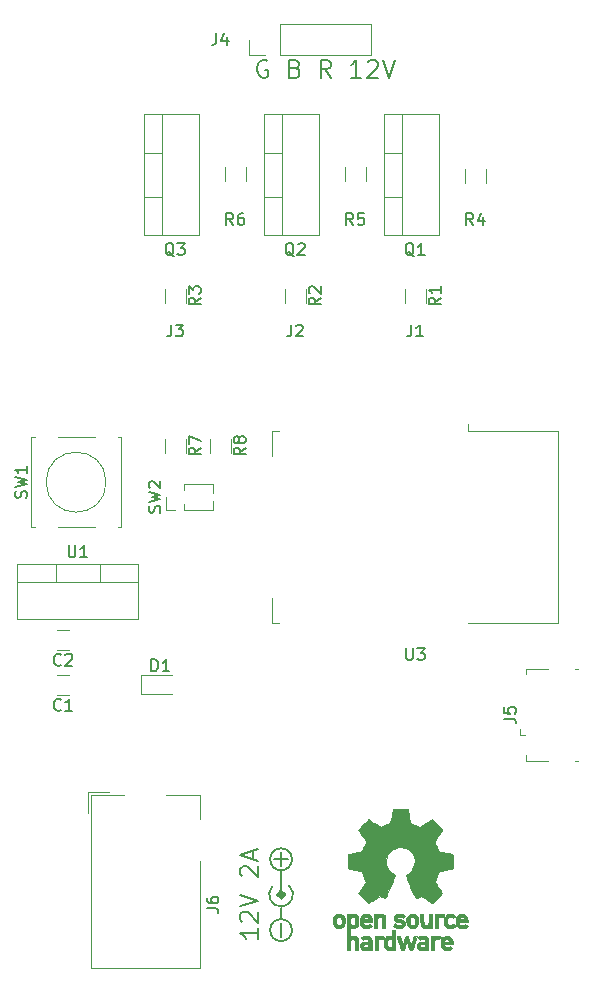
<source format=gbr>
G04 #@! TF.GenerationSoftware,KiCad,Pcbnew,(5.0.0-rc2-101-g68f6e3ad4)*
G04 #@! TF.CreationDate,2018-07-19T03:23:03+02:00*
G04 #@! TF.ProjectId,leddings,6C656464696E67732E6B696361645F70,rev?*
G04 #@! TF.SameCoordinates,Original*
G04 #@! TF.FileFunction,Legend,Top*
G04 #@! TF.FilePolarity,Positive*
%FSLAX46Y46*%
G04 Gerber Fmt 4.6, Leading zero omitted, Abs format (unit mm)*
G04 Created by KiCad (PCBNEW (5.0.0-rc2-101-g68f6e3ad4)) date Thu Jul 19 03:23:03 2018*
%MOMM*%
%LPD*%
G01*
G04 APERTURE LIST*
%ADD10C,0.200000*%
%ADD11C,0.120000*%
%ADD12C,0.150000*%
%ADD13C,0.500000*%
%ADD14C,0.010000*%
G04 APERTURE END LIST*
D10*
X153751742Y-105143228D02*
X153751742Y-104000371D01*
X153174771Y-98582942D02*
X154317628Y-98582942D01*
X153746200Y-99154371D02*
X153746200Y-98011514D01*
X151808571Y-104457142D02*
X151808571Y-105314285D01*
X151808571Y-104885714D02*
X150308571Y-104885714D01*
X150522857Y-105028571D01*
X150665714Y-105171428D01*
X150737142Y-105314285D01*
X150451428Y-103885714D02*
X150380000Y-103814285D01*
X150308571Y-103671428D01*
X150308571Y-103314285D01*
X150380000Y-103171428D01*
X150451428Y-103100000D01*
X150594285Y-103028571D01*
X150737142Y-103028571D01*
X150951428Y-103100000D01*
X151808571Y-103957142D01*
X151808571Y-103028571D01*
X150308571Y-102600000D02*
X151808571Y-102100000D01*
X150308571Y-101600000D01*
X150451428Y-100028571D02*
X150380000Y-99957142D01*
X150308571Y-99814285D01*
X150308571Y-99457142D01*
X150380000Y-99314285D01*
X150451428Y-99242857D01*
X150594285Y-99171428D01*
X150737142Y-99171428D01*
X150951428Y-99242857D01*
X151808571Y-100100000D01*
X151808571Y-99171428D01*
X151380000Y-98600000D02*
X151380000Y-97885714D01*
X151808571Y-98742857D02*
X150308571Y-98242857D01*
X151808571Y-97742857D01*
X152587142Y-31000000D02*
X152444285Y-30928571D01*
X152230000Y-30928571D01*
X152015714Y-31000000D01*
X151872857Y-31142857D01*
X151801428Y-31285714D01*
X151730000Y-31571428D01*
X151730000Y-31785714D01*
X151801428Y-32071428D01*
X151872857Y-32214285D01*
X152015714Y-32357142D01*
X152230000Y-32428571D01*
X152372857Y-32428571D01*
X152587142Y-32357142D01*
X152658571Y-32285714D01*
X152658571Y-31785714D01*
X152372857Y-31785714D01*
X154944285Y-31642857D02*
X155158571Y-31714285D01*
X155230000Y-31785714D01*
X155301428Y-31928571D01*
X155301428Y-32142857D01*
X155230000Y-32285714D01*
X155158571Y-32357142D01*
X155015714Y-32428571D01*
X154444285Y-32428571D01*
X154444285Y-30928571D01*
X154944285Y-30928571D01*
X155087142Y-31000000D01*
X155158571Y-31071428D01*
X155230000Y-31214285D01*
X155230000Y-31357142D01*
X155158571Y-31500000D01*
X155087142Y-31571428D01*
X154944285Y-31642857D01*
X154444285Y-31642857D01*
X157944285Y-32428571D02*
X157444285Y-31714285D01*
X157087142Y-32428571D02*
X157087142Y-30928571D01*
X157658571Y-30928571D01*
X157801428Y-31000000D01*
X157872857Y-31071428D01*
X157944285Y-31214285D01*
X157944285Y-31428571D01*
X157872857Y-31571428D01*
X157801428Y-31642857D01*
X157658571Y-31714285D01*
X157087142Y-31714285D01*
X160515714Y-32428571D02*
X159658571Y-32428571D01*
X160087142Y-32428571D02*
X160087142Y-30928571D01*
X159944285Y-31142857D01*
X159801428Y-31285714D01*
X159658571Y-31357142D01*
X161087142Y-31071428D02*
X161158571Y-31000000D01*
X161301428Y-30928571D01*
X161658571Y-30928571D01*
X161801428Y-31000000D01*
X161872857Y-31071428D01*
X161944285Y-31214285D01*
X161944285Y-31357142D01*
X161872857Y-31571428D01*
X161015714Y-32428571D01*
X161944285Y-32428571D01*
X162372857Y-30928571D02*
X162872857Y-32428571D01*
X163372857Y-30928571D01*
D11*
G04 #@! TO.C,U3*
X177220000Y-62365000D02*
X177220000Y-78605000D01*
X177220000Y-78605000D02*
X169600000Y-78605000D01*
X153600000Y-78605000D02*
X152980000Y-78605000D01*
X152980000Y-78605000D02*
X152980000Y-76485000D01*
X152980000Y-64485000D02*
X152980000Y-62365000D01*
X152980000Y-62365000D02*
X153600000Y-62365000D01*
X169600000Y-62365000D02*
X177220000Y-62365000D01*
X169600000Y-62365000D02*
X169600000Y-61755000D01*
G04 #@! TO.C,C1*
X134775000Y-84670000D02*
X135775000Y-84670000D01*
X135775000Y-82970000D02*
X134775000Y-82970000D01*
G04 #@! TO.C,C2*
X135775000Y-79160000D02*
X134775000Y-79160000D01*
X134775000Y-80860000D02*
X135775000Y-80860000D01*
G04 #@! TO.C,D1*
X141910000Y-83020000D02*
X144510000Y-83020000D01*
X141910000Y-84620000D02*
X144510000Y-84620000D01*
X141910000Y-83020000D02*
X141910000Y-84620000D01*
G04 #@! TO.C,J4*
X151070000Y-30540000D02*
X151070000Y-29210000D01*
X152400000Y-30540000D02*
X151070000Y-30540000D01*
X153670000Y-30540000D02*
X153670000Y-27880000D01*
X153670000Y-27880000D02*
X161350000Y-27880000D01*
X153670000Y-30540000D02*
X161350000Y-30540000D01*
X161350000Y-30540000D02*
X161350000Y-27880000D01*
G04 #@! TO.C,J5*
X173965000Y-88060000D02*
X174415000Y-88060000D01*
X173965000Y-88060000D02*
X173965000Y-87610000D01*
X174515000Y-82460000D02*
X174515000Y-82910000D01*
X176365000Y-82460000D02*
X174515000Y-82460000D01*
X178915000Y-90260000D02*
X178665000Y-90260000D01*
X178915000Y-82460000D02*
X178665000Y-82460000D01*
X176365000Y-90260000D02*
X174515000Y-90260000D01*
X174515000Y-90260000D02*
X174515000Y-89810000D01*
G04 #@! TO.C,Q1*
X162480000Y-45760000D02*
X162480000Y-35520000D01*
X167121000Y-45760000D02*
X167121000Y-35520000D01*
X162480000Y-45760000D02*
X167121000Y-45760000D01*
X162480000Y-35520000D02*
X167121000Y-35520000D01*
X163990000Y-45760000D02*
X163990000Y-35520000D01*
X162480000Y-42490000D02*
X163990000Y-42490000D01*
X162480000Y-38789000D02*
X163990000Y-38789000D01*
G04 #@! TO.C,Q2*
X152320000Y-45760000D02*
X152320000Y-35520000D01*
X156961000Y-45760000D02*
X156961000Y-35520000D01*
X152320000Y-45760000D02*
X156961000Y-45760000D01*
X152320000Y-35520000D02*
X156961000Y-35520000D01*
X153830000Y-45760000D02*
X153830000Y-35520000D01*
X152320000Y-42490000D02*
X153830000Y-42490000D01*
X152320000Y-38789000D02*
X153830000Y-38789000D01*
G04 #@! TO.C,Q3*
X142160000Y-38789000D02*
X143670000Y-38789000D01*
X142160000Y-42490000D02*
X143670000Y-42490000D01*
X143670000Y-45760000D02*
X143670000Y-35520000D01*
X142160000Y-35520000D02*
X146801000Y-35520000D01*
X142160000Y-45760000D02*
X146801000Y-45760000D01*
X146801000Y-45760000D02*
X146801000Y-35520000D01*
X142160000Y-45760000D02*
X142160000Y-35520000D01*
G04 #@! TO.C,R1*
X164220000Y-51480000D02*
X164220000Y-50280000D01*
X165980000Y-50280000D02*
X165980000Y-51480000D01*
G04 #@! TO.C,R2*
X154060000Y-51480000D02*
X154060000Y-50280000D01*
X155820000Y-50280000D02*
X155820000Y-51480000D01*
G04 #@! TO.C,R3*
X143900000Y-51480000D02*
X143900000Y-50280000D01*
X145660000Y-50280000D02*
X145660000Y-51480000D01*
G04 #@! TO.C,R4*
X169300000Y-41320000D02*
X169300000Y-40120000D01*
X171060000Y-40120000D02*
X171060000Y-41320000D01*
G04 #@! TO.C,R5*
X159140000Y-41160000D02*
X159140000Y-39960000D01*
X160900000Y-39960000D02*
X160900000Y-41160000D01*
G04 #@! TO.C,R6*
X148980000Y-41160000D02*
X148980000Y-39960000D01*
X150740000Y-39960000D02*
X150740000Y-41160000D01*
G04 #@! TO.C,R7*
X143900000Y-64180000D02*
X143900000Y-62980000D01*
X145660000Y-62980000D02*
X145660000Y-64180000D01*
G04 #@! TO.C,R8*
X149470000Y-62980000D02*
X149470000Y-64180000D01*
X147710000Y-64180000D02*
X147710000Y-62980000D01*
G04 #@! TO.C,SW1*
X138927500Y-66675000D02*
G75*
G03X138927500Y-66675000I-2540000J0D01*
G01*
X139897500Y-70485000D02*
X140197500Y-70485000D01*
X139897500Y-62865000D02*
X140197500Y-62865000D01*
X134817500Y-70485000D02*
X137957500Y-70485000D01*
X134817500Y-62865000D02*
X137957500Y-62865000D01*
X132577500Y-70485000D02*
X132877500Y-70485000D01*
X140197500Y-62865000D02*
X140197500Y-70485000D01*
X132577500Y-62865000D02*
X132877500Y-62865000D01*
X132577500Y-70485000D02*
X132577500Y-62865000D01*
G04 #@! TO.C,SW2*
X144020000Y-69030238D02*
X144020000Y-67920238D01*
X144780000Y-69030238D02*
X144020000Y-69030238D01*
X145540000Y-67356767D02*
X145540000Y-66810238D01*
X145540000Y-69030238D02*
X145540000Y-68483709D01*
X145540000Y-66810238D02*
X148015000Y-66810238D01*
X145540000Y-69030238D02*
X148015000Y-69030238D01*
X148015000Y-67612708D02*
X148015000Y-66810238D01*
X148015000Y-69030238D02*
X148015000Y-68227768D01*
G04 #@! TO.C,U1*
X138376000Y-73580000D02*
X138376000Y-75090000D01*
X134675000Y-73580000D02*
X134675000Y-75090000D01*
X131405000Y-75090000D02*
X141645000Y-75090000D01*
X141645000Y-73580000D02*
X141645000Y-78221000D01*
X131405000Y-73580000D02*
X131405000Y-78221000D01*
X131405000Y-78221000D02*
X141645000Y-78221000D01*
X131405000Y-73580000D02*
X141645000Y-73580000D01*
G04 #@! TO.C,J6*
X137400000Y-92940000D02*
X139140000Y-92940000D01*
X137400000Y-94680000D02*
X137400000Y-92940000D01*
X146840000Y-93180000D02*
X146840000Y-95180000D01*
X144040000Y-93180000D02*
X146840000Y-93180000D01*
X137640000Y-93180000D02*
X140440000Y-93180000D01*
X137640000Y-107780000D02*
X137640000Y-93180000D01*
X146840000Y-107780000D02*
X137640000Y-107780000D01*
X146840000Y-98780000D02*
X146840000Y-107780000D01*
D12*
G04 #@! TO.C,REF\002A\002A*
X153745000Y-101600000D02*
X153745000Y-99600000D01*
X153745000Y-103600000D02*
X153745000Y-102700000D01*
X154670000Y-104600000D02*
G75*
G03X154670000Y-104600000I-925000J0D01*
G01*
X154670000Y-98600000D02*
G75*
G03X154670000Y-98600000I-925000J0D01*
G01*
D13*
X153920000Y-101600000D02*
G75*
G03X153920000Y-101600000I-175000J0D01*
G01*
D12*
X152995000Y-100925000D02*
G75*
G03X154420000Y-100850000I750000J-675000D01*
G01*
D14*
G04 #@! TO.C,REF\002A\002A\002A*
G36*
X160049909Y-103239560D02*
X160102412Y-103265499D01*
X160167158Y-103310700D01*
X160214347Y-103359991D01*
X160246665Y-103421885D01*
X160266797Y-103504896D01*
X160277430Y-103617538D01*
X160281247Y-103768324D01*
X160281470Y-103833149D01*
X160280818Y-103975221D01*
X160278112Y-104076757D01*
X160272224Y-104147015D01*
X160262027Y-104195256D01*
X160246394Y-104230738D01*
X160230128Y-104254943D01*
X160126295Y-104357929D01*
X160004021Y-104419874D01*
X159872114Y-104438506D01*
X159739384Y-104411549D01*
X159697333Y-104392486D01*
X159596666Y-104340015D01*
X159596666Y-105162259D01*
X159670135Y-105124267D01*
X159766941Y-105094872D01*
X159885928Y-105087342D01*
X160004745Y-105101245D01*
X160094473Y-105132476D01*
X160168899Y-105191954D01*
X160232490Y-105277066D01*
X160237271Y-105285805D01*
X160257437Y-105326966D01*
X160272165Y-105368454D01*
X160282303Y-105418713D01*
X160288699Y-105486184D01*
X160292201Y-105579309D01*
X160293658Y-105706531D01*
X160293921Y-105849701D01*
X160293921Y-106306471D01*
X160020000Y-106306471D01*
X160020000Y-105464231D01*
X159943383Y-105399763D01*
X159863793Y-105348194D01*
X159788422Y-105338818D01*
X159712633Y-105362947D01*
X159672241Y-105386574D01*
X159642179Y-105420227D01*
X159620797Y-105471087D01*
X159606450Y-105546334D01*
X159597490Y-105653146D01*
X159592270Y-105798704D01*
X159590431Y-105895588D01*
X159584215Y-106294020D01*
X159453480Y-106301547D01*
X159322745Y-106309073D01*
X159322745Y-103836582D01*
X159596666Y-103836582D01*
X159603650Y-103974423D01*
X159627182Y-104070107D01*
X159671135Y-104129641D01*
X159739382Y-104159029D01*
X159808333Y-104164902D01*
X159886386Y-104158154D01*
X159938189Y-104131594D01*
X159970583Y-104096499D01*
X159996084Y-104058752D01*
X160011265Y-104016700D01*
X160018019Y-103957779D01*
X160018241Y-103869428D01*
X160015968Y-103795448D01*
X160010749Y-103684000D01*
X160002979Y-103610833D01*
X159989895Y-103564422D01*
X159968732Y-103533244D01*
X159948760Y-103515223D01*
X159865314Y-103475925D01*
X159766551Y-103469579D01*
X159709841Y-103483116D01*
X159653692Y-103531233D01*
X159616499Y-103624833D01*
X159598472Y-103763254D01*
X159596666Y-103836582D01*
X159322745Y-103836582D01*
X159322745Y-103218628D01*
X159459705Y-103218628D01*
X159541935Y-103221879D01*
X159584360Y-103233426D01*
X159596661Y-103255952D01*
X159596666Y-103256620D01*
X159602374Y-103278681D01*
X159627547Y-103276176D01*
X159677598Y-103251935D01*
X159794219Y-103214851D01*
X159925429Y-103210953D01*
X160049909Y-103239560D01*
X160049909Y-103239560D01*
G37*
X160049909Y-103239560D02*
X160102412Y-103265499D01*
X160167158Y-103310700D01*
X160214347Y-103359991D01*
X160246665Y-103421885D01*
X160266797Y-103504896D01*
X160277430Y-103617538D01*
X160281247Y-103768324D01*
X160281470Y-103833149D01*
X160280818Y-103975221D01*
X160278112Y-104076757D01*
X160272224Y-104147015D01*
X160262027Y-104195256D01*
X160246394Y-104230738D01*
X160230128Y-104254943D01*
X160126295Y-104357929D01*
X160004021Y-104419874D01*
X159872114Y-104438506D01*
X159739384Y-104411549D01*
X159697333Y-104392486D01*
X159596666Y-104340015D01*
X159596666Y-105162259D01*
X159670135Y-105124267D01*
X159766941Y-105094872D01*
X159885928Y-105087342D01*
X160004745Y-105101245D01*
X160094473Y-105132476D01*
X160168899Y-105191954D01*
X160232490Y-105277066D01*
X160237271Y-105285805D01*
X160257437Y-105326966D01*
X160272165Y-105368454D01*
X160282303Y-105418713D01*
X160288699Y-105486184D01*
X160292201Y-105579309D01*
X160293658Y-105706531D01*
X160293921Y-105849701D01*
X160293921Y-106306471D01*
X160020000Y-106306471D01*
X160020000Y-105464231D01*
X159943383Y-105399763D01*
X159863793Y-105348194D01*
X159788422Y-105338818D01*
X159712633Y-105362947D01*
X159672241Y-105386574D01*
X159642179Y-105420227D01*
X159620797Y-105471087D01*
X159606450Y-105546334D01*
X159597490Y-105653146D01*
X159592270Y-105798704D01*
X159590431Y-105895588D01*
X159584215Y-106294020D01*
X159453480Y-106301547D01*
X159322745Y-106309073D01*
X159322745Y-103836582D01*
X159596666Y-103836582D01*
X159603650Y-103974423D01*
X159627182Y-104070107D01*
X159671135Y-104129641D01*
X159739382Y-104159029D01*
X159808333Y-104164902D01*
X159886386Y-104158154D01*
X159938189Y-104131594D01*
X159970583Y-104096499D01*
X159996084Y-104058752D01*
X160011265Y-104016700D01*
X160018019Y-103957779D01*
X160018241Y-103869428D01*
X160015968Y-103795448D01*
X160010749Y-103684000D01*
X160002979Y-103610833D01*
X159989895Y-103564422D01*
X159968732Y-103533244D01*
X159948760Y-103515223D01*
X159865314Y-103475925D01*
X159766551Y-103469579D01*
X159709841Y-103483116D01*
X159653692Y-103531233D01*
X159616499Y-103624833D01*
X159598472Y-103763254D01*
X159596666Y-103836582D01*
X159322745Y-103836582D01*
X159322745Y-103218628D01*
X159459705Y-103218628D01*
X159541935Y-103221879D01*
X159584360Y-103233426D01*
X159596661Y-103255952D01*
X159596666Y-103256620D01*
X159602374Y-103278681D01*
X159627547Y-103276176D01*
X159677598Y-103251935D01*
X159794219Y-103214851D01*
X159925429Y-103210953D01*
X160049909Y-103239560D01*
G36*
X161088720Y-105095922D02*
X161205870Y-105127180D01*
X161295051Y-105183837D01*
X161357984Y-105258045D01*
X161377548Y-105289716D01*
X161391992Y-105322891D01*
X161402089Y-105365329D01*
X161408615Y-105424788D01*
X161412342Y-105509029D01*
X161414046Y-105625810D01*
X161414500Y-105782890D01*
X161414509Y-105824565D01*
X161414509Y-106306471D01*
X161294980Y-106306471D01*
X161218739Y-106301131D01*
X161162366Y-106287604D01*
X161148242Y-106279262D01*
X161109630Y-106264864D01*
X161070192Y-106279262D01*
X161005262Y-106297237D01*
X160910945Y-106304472D01*
X160806407Y-106301333D01*
X160710811Y-106288186D01*
X160655000Y-106271318D01*
X160546998Y-106201986D01*
X160479503Y-106105772D01*
X160449159Y-105977844D01*
X160448877Y-105974559D01*
X160451540Y-105917808D01*
X160692353Y-105917808D01*
X160713405Y-105982358D01*
X160747697Y-106018686D01*
X160816532Y-106046162D01*
X160907390Y-106057129D01*
X161000042Y-106051731D01*
X161074256Y-106030110D01*
X161095049Y-106016239D01*
X161131381Y-105952143D01*
X161140588Y-105879278D01*
X161140588Y-105783530D01*
X161002827Y-105783530D01*
X160871953Y-105793605D01*
X160772741Y-105822148D01*
X160711023Y-105866639D01*
X160692353Y-105917808D01*
X160451540Y-105917808D01*
X160455436Y-105834790D01*
X160501534Y-105724282D01*
X160588200Y-105640712D01*
X160600179Y-105633110D01*
X160651655Y-105608357D01*
X160715368Y-105593368D01*
X160804435Y-105586082D01*
X160910245Y-105584407D01*
X161140588Y-105584314D01*
X161140588Y-105487755D01*
X161130817Y-105412836D01*
X161105884Y-105362644D01*
X161102965Y-105359972D01*
X161047481Y-105338015D01*
X160963727Y-105329505D01*
X160871167Y-105333687D01*
X160789270Y-105349809D01*
X160740673Y-105373990D01*
X160714341Y-105393359D01*
X160686535Y-105397057D01*
X160648161Y-105381188D01*
X160590125Y-105341855D01*
X160503331Y-105275164D01*
X160495365Y-105268916D01*
X160499447Y-105245800D01*
X160533501Y-105207352D01*
X160585260Y-105164627D01*
X160642455Y-105128679D01*
X160660425Y-105120191D01*
X160725972Y-105103252D01*
X160822020Y-105091170D01*
X160929329Y-105086323D01*
X160934347Y-105086313D01*
X161088720Y-105095922D01*
X161088720Y-105095922D01*
G37*
X161088720Y-105095922D02*
X161205870Y-105127180D01*
X161295051Y-105183837D01*
X161357984Y-105258045D01*
X161377548Y-105289716D01*
X161391992Y-105322891D01*
X161402089Y-105365329D01*
X161408615Y-105424788D01*
X161412342Y-105509029D01*
X161414046Y-105625810D01*
X161414500Y-105782890D01*
X161414509Y-105824565D01*
X161414509Y-106306471D01*
X161294980Y-106306471D01*
X161218739Y-106301131D01*
X161162366Y-106287604D01*
X161148242Y-106279262D01*
X161109630Y-106264864D01*
X161070192Y-106279262D01*
X161005262Y-106297237D01*
X160910945Y-106304472D01*
X160806407Y-106301333D01*
X160710811Y-106288186D01*
X160655000Y-106271318D01*
X160546998Y-106201986D01*
X160479503Y-106105772D01*
X160449159Y-105977844D01*
X160448877Y-105974559D01*
X160451540Y-105917808D01*
X160692353Y-105917808D01*
X160713405Y-105982358D01*
X160747697Y-106018686D01*
X160816532Y-106046162D01*
X160907390Y-106057129D01*
X161000042Y-106051731D01*
X161074256Y-106030110D01*
X161095049Y-106016239D01*
X161131381Y-105952143D01*
X161140588Y-105879278D01*
X161140588Y-105783530D01*
X161002827Y-105783530D01*
X160871953Y-105793605D01*
X160772741Y-105822148D01*
X160711023Y-105866639D01*
X160692353Y-105917808D01*
X160451540Y-105917808D01*
X160455436Y-105834790D01*
X160501534Y-105724282D01*
X160588200Y-105640712D01*
X160600179Y-105633110D01*
X160651655Y-105608357D01*
X160715368Y-105593368D01*
X160804435Y-105586082D01*
X160910245Y-105584407D01*
X161140588Y-105584314D01*
X161140588Y-105487755D01*
X161130817Y-105412836D01*
X161105884Y-105362644D01*
X161102965Y-105359972D01*
X161047481Y-105338015D01*
X160963727Y-105329505D01*
X160871167Y-105333687D01*
X160789270Y-105349809D01*
X160740673Y-105373990D01*
X160714341Y-105393359D01*
X160686535Y-105397057D01*
X160648161Y-105381188D01*
X160590125Y-105341855D01*
X160503331Y-105275164D01*
X160495365Y-105268916D01*
X160499447Y-105245800D01*
X160533501Y-105207352D01*
X160585260Y-105164627D01*
X160642455Y-105128679D01*
X160660425Y-105120191D01*
X160725972Y-105103252D01*
X160822020Y-105091170D01*
X160929329Y-105086323D01*
X160934347Y-105086313D01*
X161088720Y-105095922D01*
G36*
X161862764Y-105088921D02*
X161900030Y-105100091D01*
X161912043Y-105124633D01*
X161912549Y-105135712D01*
X161914704Y-105166572D01*
X161929551Y-105171417D01*
X161969657Y-105150260D01*
X161993480Y-105135806D01*
X162068638Y-105104850D01*
X162158406Y-105089544D01*
X162252529Y-105088367D01*
X162340754Y-105099799D01*
X162412826Y-105122320D01*
X162458492Y-105154409D01*
X162467498Y-105194545D01*
X162462953Y-105205415D01*
X162429821Y-105250534D01*
X162378445Y-105306026D01*
X162369152Y-105314996D01*
X162320182Y-105356245D01*
X162277931Y-105369572D01*
X162218841Y-105360271D01*
X162195169Y-105354090D01*
X162121504Y-105339246D01*
X162069710Y-105345921D01*
X162025969Y-105369465D01*
X161985902Y-105401061D01*
X161956392Y-105440798D01*
X161935884Y-105496252D01*
X161922824Y-105575003D01*
X161915656Y-105684629D01*
X161912824Y-105832706D01*
X161912549Y-105922111D01*
X161912549Y-106306471D01*
X161663529Y-106306471D01*
X161663529Y-105086275D01*
X161788039Y-105086275D01*
X161862764Y-105088921D01*
X161862764Y-105088921D01*
G37*
X161862764Y-105088921D02*
X161900030Y-105100091D01*
X161912043Y-105124633D01*
X161912549Y-105135712D01*
X161914704Y-105166572D01*
X161929551Y-105171417D01*
X161969657Y-105150260D01*
X161993480Y-105135806D01*
X162068638Y-105104850D01*
X162158406Y-105089544D01*
X162252529Y-105088367D01*
X162340754Y-105099799D01*
X162412826Y-105122320D01*
X162458492Y-105154409D01*
X162467498Y-105194545D01*
X162462953Y-105205415D01*
X162429821Y-105250534D01*
X162378445Y-105306026D01*
X162369152Y-105314996D01*
X162320182Y-105356245D01*
X162277931Y-105369572D01*
X162218841Y-105360271D01*
X162195169Y-105354090D01*
X162121504Y-105339246D01*
X162069710Y-105345921D01*
X162025969Y-105369465D01*
X161985902Y-105401061D01*
X161956392Y-105440798D01*
X161935884Y-105496252D01*
X161922824Y-105575003D01*
X161915656Y-105684629D01*
X161912824Y-105832706D01*
X161912549Y-105922111D01*
X161912549Y-106306471D01*
X161663529Y-106306471D01*
X161663529Y-105086275D01*
X161788039Y-105086275D01*
X161862764Y-105088921D01*
G36*
X163431568Y-106306471D02*
X163294607Y-106306471D01*
X163215111Y-106304140D01*
X163173708Y-106294488D01*
X163158801Y-106273525D01*
X163157647Y-106259351D01*
X163155133Y-106230927D01*
X163139280Y-106225475D01*
X163097621Y-106242998D01*
X163065224Y-106259351D01*
X162940849Y-106298103D01*
X162805646Y-106300346D01*
X162695726Y-106271444D01*
X162593366Y-106201619D01*
X162515340Y-106098555D01*
X162472614Y-105976989D01*
X162471526Y-105970192D01*
X162465178Y-105896032D01*
X162462021Y-105789570D01*
X162462275Y-105709052D01*
X162734289Y-105709052D01*
X162740590Y-105816070D01*
X162754925Y-105904278D01*
X162774331Y-105954090D01*
X162847746Y-106022162D01*
X162934914Y-106046564D01*
X163024804Y-106026831D01*
X163101617Y-105967968D01*
X163130708Y-105928379D01*
X163147717Y-105881138D01*
X163155684Y-105812181D01*
X163157647Y-105708607D01*
X163154134Y-105606039D01*
X163144857Y-105515921D01*
X163131706Y-105455613D01*
X163129514Y-105450208D01*
X163076478Y-105385940D01*
X162999067Y-105350656D01*
X162912454Y-105344959D01*
X162831807Y-105369453D01*
X162772297Y-105424742D01*
X162766124Y-105435743D01*
X162746801Y-105502827D01*
X162736274Y-105599284D01*
X162734289Y-105709052D01*
X162462275Y-105709052D01*
X162462404Y-105668225D01*
X162464194Y-105602918D01*
X162476373Y-105441355D01*
X162501685Y-105320053D01*
X162543793Y-105230379D01*
X162606359Y-105163699D01*
X162667100Y-105124557D01*
X162751964Y-105097040D01*
X162857515Y-105087603D01*
X162965598Y-105095290D01*
X163058058Y-105119146D01*
X163106910Y-105147685D01*
X163157647Y-105193601D01*
X163157647Y-104613137D01*
X163431568Y-104613137D01*
X163431568Y-106306471D01*
X163431568Y-106306471D01*
G37*
X163431568Y-106306471D02*
X163294607Y-106306471D01*
X163215111Y-106304140D01*
X163173708Y-106294488D01*
X163158801Y-106273525D01*
X163157647Y-106259351D01*
X163155133Y-106230927D01*
X163139280Y-106225475D01*
X163097621Y-106242998D01*
X163065224Y-106259351D01*
X162940849Y-106298103D01*
X162805646Y-106300346D01*
X162695726Y-106271444D01*
X162593366Y-106201619D01*
X162515340Y-106098555D01*
X162472614Y-105976989D01*
X162471526Y-105970192D01*
X162465178Y-105896032D01*
X162462021Y-105789570D01*
X162462275Y-105709052D01*
X162734289Y-105709052D01*
X162740590Y-105816070D01*
X162754925Y-105904278D01*
X162774331Y-105954090D01*
X162847746Y-106022162D01*
X162934914Y-106046564D01*
X163024804Y-106026831D01*
X163101617Y-105967968D01*
X163130708Y-105928379D01*
X163147717Y-105881138D01*
X163155684Y-105812181D01*
X163157647Y-105708607D01*
X163154134Y-105606039D01*
X163144857Y-105515921D01*
X163131706Y-105455613D01*
X163129514Y-105450208D01*
X163076478Y-105385940D01*
X162999067Y-105350656D01*
X162912454Y-105344959D01*
X162831807Y-105369453D01*
X162772297Y-105424742D01*
X162766124Y-105435743D01*
X162746801Y-105502827D01*
X162736274Y-105599284D01*
X162734289Y-105709052D01*
X162462275Y-105709052D01*
X162462404Y-105668225D01*
X162464194Y-105602918D01*
X162476373Y-105441355D01*
X162501685Y-105320053D01*
X162543793Y-105230379D01*
X162606359Y-105163699D01*
X162667100Y-105124557D01*
X162751964Y-105097040D01*
X162857515Y-105087603D01*
X162965598Y-105095290D01*
X163058058Y-105119146D01*
X163106910Y-105147685D01*
X163157647Y-105193601D01*
X163157647Y-104613137D01*
X163431568Y-104613137D01*
X163431568Y-106306471D01*
G36*
X164387528Y-105091332D02*
X164486014Y-105098726D01*
X164614776Y-105484706D01*
X164743537Y-105870686D01*
X164783911Y-105733726D01*
X164808207Y-105649083D01*
X164840167Y-105534697D01*
X164874679Y-105408963D01*
X164892928Y-105341520D01*
X164961571Y-105086275D01*
X165244773Y-105086275D01*
X165160122Y-105353971D01*
X165118435Y-105485638D01*
X165068074Y-105644458D01*
X165015481Y-105810128D01*
X164968530Y-105957843D01*
X164861589Y-106294020D01*
X164630661Y-106309044D01*
X164568050Y-106102316D01*
X164529438Y-105973896D01*
X164487300Y-105832322D01*
X164450472Y-105707285D01*
X164449018Y-105702309D01*
X164421511Y-105617586D01*
X164397242Y-105559778D01*
X164380243Y-105537918D01*
X164376750Y-105540446D01*
X164364490Y-105574336D01*
X164341195Y-105646930D01*
X164309700Y-105749101D01*
X164272842Y-105871720D01*
X164252899Y-105939167D01*
X164144895Y-106306471D01*
X163915679Y-106306471D01*
X163732439Y-105727500D01*
X163680963Y-105565091D01*
X163634070Y-105417602D01*
X163593977Y-105291960D01*
X163562897Y-105195095D01*
X163543045Y-105133934D01*
X163537011Y-105116065D01*
X163541788Y-105097768D01*
X163579297Y-105089755D01*
X163657355Y-105090557D01*
X163669574Y-105091163D01*
X163814326Y-105098726D01*
X163909130Y-105447353D01*
X163943977Y-105574497D01*
X163975117Y-105686265D01*
X163999809Y-105772953D01*
X164015312Y-105824856D01*
X164018176Y-105833318D01*
X164030046Y-105823587D01*
X164053983Y-105773172D01*
X164087239Y-105688935D01*
X164127064Y-105577741D01*
X164160730Y-105477297D01*
X164289041Y-105083939D01*
X164387528Y-105091332D01*
X164387528Y-105091332D01*
G37*
X164387528Y-105091332D02*
X164486014Y-105098726D01*
X164614776Y-105484706D01*
X164743537Y-105870686D01*
X164783911Y-105733726D01*
X164808207Y-105649083D01*
X164840167Y-105534697D01*
X164874679Y-105408963D01*
X164892928Y-105341520D01*
X164961571Y-105086275D01*
X165244773Y-105086275D01*
X165160122Y-105353971D01*
X165118435Y-105485638D01*
X165068074Y-105644458D01*
X165015481Y-105810128D01*
X164968530Y-105957843D01*
X164861589Y-106294020D01*
X164630661Y-106309044D01*
X164568050Y-106102316D01*
X164529438Y-105973896D01*
X164487300Y-105832322D01*
X164450472Y-105707285D01*
X164449018Y-105702309D01*
X164421511Y-105617586D01*
X164397242Y-105559778D01*
X164380243Y-105537918D01*
X164376750Y-105540446D01*
X164364490Y-105574336D01*
X164341195Y-105646930D01*
X164309700Y-105749101D01*
X164272842Y-105871720D01*
X164252899Y-105939167D01*
X164144895Y-106306471D01*
X163915679Y-106306471D01*
X163732439Y-105727500D01*
X163680963Y-105565091D01*
X163634070Y-105417602D01*
X163593977Y-105291960D01*
X163562897Y-105195095D01*
X163543045Y-105133934D01*
X163537011Y-105116065D01*
X163541788Y-105097768D01*
X163579297Y-105089755D01*
X163657355Y-105090557D01*
X163669574Y-105091163D01*
X163814326Y-105098726D01*
X163909130Y-105447353D01*
X163943977Y-105574497D01*
X163975117Y-105686265D01*
X163999809Y-105772953D01*
X164015312Y-105824856D01*
X164018176Y-105833318D01*
X164030046Y-105823587D01*
X164053983Y-105773172D01*
X164087239Y-105688935D01*
X164127064Y-105577741D01*
X164160730Y-105477297D01*
X164289041Y-105083939D01*
X164387528Y-105091332D01*
G36*
X165886459Y-105093669D02*
X165991420Y-105119163D01*
X166021761Y-105132669D01*
X166080573Y-105168046D01*
X166125709Y-105207890D01*
X166159106Y-105259120D01*
X166182701Y-105328654D01*
X166198433Y-105423409D01*
X166208239Y-105550305D01*
X166214057Y-105716258D01*
X166216266Y-105827108D01*
X166224396Y-106306471D01*
X166085531Y-106306471D01*
X166001287Y-106302938D01*
X165957884Y-106290866D01*
X165946666Y-106270594D01*
X165940744Y-106248674D01*
X165914266Y-106252865D01*
X165878186Y-106270441D01*
X165787862Y-106297382D01*
X165671777Y-106304642D01*
X165549680Y-106292767D01*
X165441321Y-106262305D01*
X165431602Y-106258077D01*
X165332568Y-106188505D01*
X165267281Y-106091789D01*
X165237240Y-105978738D01*
X165239535Y-105938122D01*
X165484633Y-105938122D01*
X165506229Y-105992782D01*
X165570259Y-106031952D01*
X165673565Y-106052974D01*
X165728774Y-106055766D01*
X165820782Y-106048620D01*
X165881941Y-106020848D01*
X165896862Y-106007647D01*
X165937287Y-105935829D01*
X165946666Y-105870686D01*
X165946666Y-105783530D01*
X165825269Y-105783530D01*
X165684153Y-105790722D01*
X165585173Y-105813345D01*
X165522633Y-105852964D01*
X165508631Y-105870628D01*
X165484633Y-105938122D01*
X165239535Y-105938122D01*
X165243941Y-105860157D01*
X165288880Y-105746855D01*
X165350196Y-105670285D01*
X165387332Y-105637181D01*
X165423687Y-105615425D01*
X165470990Y-105602161D01*
X165540973Y-105594528D01*
X165645364Y-105589670D01*
X165686770Y-105588273D01*
X165946666Y-105579780D01*
X165946285Y-105501116D01*
X165936219Y-105418428D01*
X165899829Y-105368431D01*
X165826311Y-105336489D01*
X165824339Y-105335920D01*
X165720105Y-105323361D01*
X165618108Y-105339766D01*
X165542305Y-105379657D01*
X165511890Y-105399354D01*
X165479132Y-105396629D01*
X165428721Y-105368091D01*
X165399119Y-105347950D01*
X165341218Y-105304919D01*
X165305352Y-105272662D01*
X165299597Y-105263427D01*
X165323295Y-105215636D01*
X165393313Y-105158562D01*
X165423725Y-105139305D01*
X165511155Y-105106140D01*
X165628983Y-105087350D01*
X165759866Y-105083129D01*
X165886459Y-105093669D01*
X165886459Y-105093669D01*
G37*
X165886459Y-105093669D02*
X165991420Y-105119163D01*
X166021761Y-105132669D01*
X166080573Y-105168046D01*
X166125709Y-105207890D01*
X166159106Y-105259120D01*
X166182701Y-105328654D01*
X166198433Y-105423409D01*
X166208239Y-105550305D01*
X166214057Y-105716258D01*
X166216266Y-105827108D01*
X166224396Y-106306471D01*
X166085531Y-106306471D01*
X166001287Y-106302938D01*
X165957884Y-106290866D01*
X165946666Y-106270594D01*
X165940744Y-106248674D01*
X165914266Y-106252865D01*
X165878186Y-106270441D01*
X165787862Y-106297382D01*
X165671777Y-106304642D01*
X165549680Y-106292767D01*
X165441321Y-106262305D01*
X165431602Y-106258077D01*
X165332568Y-106188505D01*
X165267281Y-106091789D01*
X165237240Y-105978738D01*
X165239535Y-105938122D01*
X165484633Y-105938122D01*
X165506229Y-105992782D01*
X165570259Y-106031952D01*
X165673565Y-106052974D01*
X165728774Y-106055766D01*
X165820782Y-106048620D01*
X165881941Y-106020848D01*
X165896862Y-106007647D01*
X165937287Y-105935829D01*
X165946666Y-105870686D01*
X165946666Y-105783530D01*
X165825269Y-105783530D01*
X165684153Y-105790722D01*
X165585173Y-105813345D01*
X165522633Y-105852964D01*
X165508631Y-105870628D01*
X165484633Y-105938122D01*
X165239535Y-105938122D01*
X165243941Y-105860157D01*
X165288880Y-105746855D01*
X165350196Y-105670285D01*
X165387332Y-105637181D01*
X165423687Y-105615425D01*
X165470990Y-105602161D01*
X165540973Y-105594528D01*
X165645364Y-105589670D01*
X165686770Y-105588273D01*
X165946666Y-105579780D01*
X165946285Y-105501116D01*
X165936219Y-105418428D01*
X165899829Y-105368431D01*
X165826311Y-105336489D01*
X165824339Y-105335920D01*
X165720105Y-105323361D01*
X165618108Y-105339766D01*
X165542305Y-105379657D01*
X165511890Y-105399354D01*
X165479132Y-105396629D01*
X165428721Y-105368091D01*
X165399119Y-105347950D01*
X165341218Y-105304919D01*
X165305352Y-105272662D01*
X165299597Y-105263427D01*
X165323295Y-105215636D01*
X165393313Y-105158562D01*
X165423725Y-105139305D01*
X165511155Y-105106140D01*
X165628983Y-105087350D01*
X165759866Y-105083129D01*
X165886459Y-105093669D01*
G36*
X167068446Y-105085883D02*
X167164177Y-105104755D01*
X167218677Y-105132699D01*
X167276008Y-105179123D01*
X167194441Y-105282111D01*
X167144150Y-105344479D01*
X167110001Y-105374907D01*
X167076063Y-105379555D01*
X167026406Y-105364586D01*
X167003096Y-105356117D01*
X166908063Y-105343622D01*
X166821032Y-105370406D01*
X166757138Y-105430915D01*
X166746759Y-105450208D01*
X166735456Y-105501314D01*
X166726732Y-105595500D01*
X166720997Y-105726089D01*
X166718660Y-105886405D01*
X166718627Y-105909211D01*
X166718627Y-106306471D01*
X166444705Y-106306471D01*
X166444705Y-105086275D01*
X166581666Y-105086275D01*
X166660638Y-105088337D01*
X166701779Y-105097513D01*
X166716992Y-105118290D01*
X166718627Y-105137886D01*
X166718627Y-105189497D01*
X166784240Y-105137886D01*
X166859475Y-105102675D01*
X166960544Y-105085265D01*
X167068446Y-105085883D01*
X167068446Y-105085883D01*
G37*
X167068446Y-105085883D02*
X167164177Y-105104755D01*
X167218677Y-105132699D01*
X167276008Y-105179123D01*
X167194441Y-105282111D01*
X167144150Y-105344479D01*
X167110001Y-105374907D01*
X167076063Y-105379555D01*
X167026406Y-105364586D01*
X167003096Y-105356117D01*
X166908063Y-105343622D01*
X166821032Y-105370406D01*
X166757138Y-105430915D01*
X166746759Y-105450208D01*
X166735456Y-105501314D01*
X166726732Y-105595500D01*
X166720997Y-105726089D01*
X166718660Y-105886405D01*
X166718627Y-105909211D01*
X166718627Y-106306471D01*
X166444705Y-106306471D01*
X166444705Y-105086275D01*
X166581666Y-105086275D01*
X166660638Y-105088337D01*
X166701779Y-105097513D01*
X166716992Y-105118290D01*
X166718627Y-105137886D01*
X166718627Y-105189497D01*
X166784240Y-105137886D01*
X166859475Y-105102675D01*
X166960544Y-105085265D01*
X167068446Y-105085883D01*
G36*
X167855307Y-105092784D02*
X167974337Y-105123731D01*
X168074021Y-105187600D01*
X168122288Y-105235313D01*
X168201408Y-105348106D01*
X168246752Y-105478950D01*
X168262330Y-105639792D01*
X168262410Y-105652794D01*
X168262549Y-105783530D01*
X167510091Y-105783530D01*
X167526130Y-105852010D01*
X167555091Y-105914031D01*
X167605778Y-105978654D01*
X167616379Y-105988971D01*
X167707494Y-106044805D01*
X167811400Y-106054275D01*
X167931000Y-106017540D01*
X167951274Y-106007647D01*
X168013456Y-105977574D01*
X168055106Y-105960440D01*
X168062373Y-105958855D01*
X168087740Y-105974242D01*
X168136120Y-106011887D01*
X168160679Y-106032459D01*
X168211570Y-106079714D01*
X168228281Y-106110917D01*
X168216683Y-106139620D01*
X168210483Y-106147468D01*
X168168493Y-106181819D01*
X168099206Y-106223565D01*
X168050882Y-106247935D01*
X167913711Y-106290873D01*
X167761847Y-106304786D01*
X167618024Y-106288300D01*
X167577745Y-106276496D01*
X167453078Y-106209689D01*
X167360671Y-106106892D01*
X167299990Y-105967105D01*
X167270498Y-105789330D01*
X167267260Y-105696373D01*
X167276714Y-105561033D01*
X167515490Y-105561033D01*
X167538584Y-105571038D01*
X167600662Y-105578888D01*
X167690914Y-105583521D01*
X167752058Y-105584314D01*
X167862040Y-105583549D01*
X167931457Y-105579970D01*
X167969538Y-105571649D01*
X167985515Y-105556657D01*
X167988627Y-105534903D01*
X167967278Y-105467892D01*
X167913529Y-105401664D01*
X167842822Y-105350832D01*
X167772089Y-105330038D01*
X167676016Y-105348484D01*
X167592849Y-105401811D01*
X167535186Y-105478677D01*
X167515490Y-105561033D01*
X167276714Y-105561033D01*
X167281028Y-105499291D01*
X167323520Y-105342271D01*
X167395635Y-105224069D01*
X167498273Y-105143440D01*
X167632332Y-105099139D01*
X167704957Y-105090607D01*
X167855307Y-105092784D01*
X167855307Y-105092784D01*
G37*
X167855307Y-105092784D02*
X167974337Y-105123731D01*
X168074021Y-105187600D01*
X168122288Y-105235313D01*
X168201408Y-105348106D01*
X168246752Y-105478950D01*
X168262330Y-105639792D01*
X168262410Y-105652794D01*
X168262549Y-105783530D01*
X167510091Y-105783530D01*
X167526130Y-105852010D01*
X167555091Y-105914031D01*
X167605778Y-105978654D01*
X167616379Y-105988971D01*
X167707494Y-106044805D01*
X167811400Y-106054275D01*
X167931000Y-106017540D01*
X167951274Y-106007647D01*
X168013456Y-105977574D01*
X168055106Y-105960440D01*
X168062373Y-105958855D01*
X168087740Y-105974242D01*
X168136120Y-106011887D01*
X168160679Y-106032459D01*
X168211570Y-106079714D01*
X168228281Y-106110917D01*
X168216683Y-106139620D01*
X168210483Y-106147468D01*
X168168493Y-106181819D01*
X168099206Y-106223565D01*
X168050882Y-106247935D01*
X167913711Y-106290873D01*
X167761847Y-106304786D01*
X167618024Y-106288300D01*
X167577745Y-106276496D01*
X167453078Y-106209689D01*
X167360671Y-106106892D01*
X167299990Y-105967105D01*
X167270498Y-105789330D01*
X167267260Y-105696373D01*
X167276714Y-105561033D01*
X167515490Y-105561033D01*
X167538584Y-105571038D01*
X167600662Y-105578888D01*
X167690914Y-105583521D01*
X167752058Y-105584314D01*
X167862040Y-105583549D01*
X167931457Y-105579970D01*
X167969538Y-105571649D01*
X167985515Y-105556657D01*
X167988627Y-105534903D01*
X167967278Y-105467892D01*
X167913529Y-105401664D01*
X167842822Y-105350832D01*
X167772089Y-105330038D01*
X167676016Y-105348484D01*
X167592849Y-105401811D01*
X167535186Y-105478677D01*
X167515490Y-105561033D01*
X167276714Y-105561033D01*
X167281028Y-105499291D01*
X167323520Y-105342271D01*
X167395635Y-105224069D01*
X167498273Y-105143440D01*
X167632332Y-105099139D01*
X167704957Y-105090607D01*
X167855307Y-105092784D01*
G36*
X158803247Y-103231568D02*
X158933522Y-103289163D01*
X159032419Y-103385334D01*
X159100082Y-103520229D01*
X159136655Y-103693996D01*
X159139276Y-103721126D01*
X159141330Y-103912408D01*
X159114699Y-104080073D01*
X159061001Y-104215967D01*
X159032247Y-104259681D01*
X158932091Y-104352198D01*
X158804537Y-104412119D01*
X158661837Y-104436985D01*
X158516240Y-104424339D01*
X158405562Y-104385391D01*
X158310384Y-104319755D01*
X158232594Y-104233699D01*
X158231249Y-104231685D01*
X158199657Y-104178570D01*
X158179127Y-104125160D01*
X158166695Y-104057754D01*
X158159397Y-103962653D01*
X158156182Y-103884666D01*
X158154844Y-103813944D01*
X158403814Y-103813944D01*
X158406247Y-103884348D01*
X158415080Y-103978068D01*
X158430664Y-104038214D01*
X158458766Y-104081006D01*
X158485086Y-104106002D01*
X158578392Y-104158338D01*
X158676020Y-104165333D01*
X158766942Y-104127676D01*
X158812402Y-104085479D01*
X158845162Y-104042956D01*
X158864323Y-104002267D01*
X158872733Y-103949314D01*
X158873237Y-103869997D01*
X158870645Y-103796950D01*
X158865071Y-103692601D01*
X158856234Y-103624920D01*
X158840307Y-103580774D01*
X158813462Y-103547031D01*
X158792189Y-103527746D01*
X158703206Y-103477086D01*
X158607211Y-103474560D01*
X158526719Y-103504567D01*
X158458053Y-103567231D01*
X158417144Y-103670168D01*
X158403814Y-103813944D01*
X158154844Y-103813944D01*
X158153246Y-103729582D01*
X158158260Y-103613600D01*
X158173283Y-103526367D01*
X158200376Y-103457530D01*
X158241600Y-103396737D01*
X158256885Y-103378686D01*
X158352454Y-103288746D01*
X158454961Y-103236211D01*
X158580321Y-103214201D01*
X158641450Y-103212402D01*
X158803247Y-103231568D01*
X158803247Y-103231568D01*
G37*
X158803247Y-103231568D02*
X158933522Y-103289163D01*
X159032419Y-103385334D01*
X159100082Y-103520229D01*
X159136655Y-103693996D01*
X159139276Y-103721126D01*
X159141330Y-103912408D01*
X159114699Y-104080073D01*
X159061001Y-104215967D01*
X159032247Y-104259681D01*
X158932091Y-104352198D01*
X158804537Y-104412119D01*
X158661837Y-104436985D01*
X158516240Y-104424339D01*
X158405562Y-104385391D01*
X158310384Y-104319755D01*
X158232594Y-104233699D01*
X158231249Y-104231685D01*
X158199657Y-104178570D01*
X158179127Y-104125160D01*
X158166695Y-104057754D01*
X158159397Y-103962653D01*
X158156182Y-103884666D01*
X158154844Y-103813944D01*
X158403814Y-103813944D01*
X158406247Y-103884348D01*
X158415080Y-103978068D01*
X158430664Y-104038214D01*
X158458766Y-104081006D01*
X158485086Y-104106002D01*
X158578392Y-104158338D01*
X158676020Y-104165333D01*
X158766942Y-104127676D01*
X158812402Y-104085479D01*
X158845162Y-104042956D01*
X158864323Y-104002267D01*
X158872733Y-103949314D01*
X158873237Y-103869997D01*
X158870645Y-103796950D01*
X158865071Y-103692601D01*
X158856234Y-103624920D01*
X158840307Y-103580774D01*
X158813462Y-103547031D01*
X158792189Y-103527746D01*
X158703206Y-103477086D01*
X158607211Y-103474560D01*
X158526719Y-103504567D01*
X158458053Y-103567231D01*
X158417144Y-103670168D01*
X158403814Y-103813944D01*
X158154844Y-103813944D01*
X158153246Y-103729582D01*
X158158260Y-103613600D01*
X158173283Y-103526367D01*
X158200376Y-103457530D01*
X158241600Y-103396737D01*
X158256885Y-103378686D01*
X158352454Y-103288746D01*
X158454961Y-103236211D01*
X158580321Y-103214201D01*
X158641450Y-103212402D01*
X158803247Y-103231568D01*
G36*
X161143204Y-103246354D02*
X161168019Y-103258037D01*
X161253906Y-103320951D01*
X161335121Y-103412769D01*
X161395764Y-103513868D01*
X161413012Y-103560349D01*
X161428749Y-103643376D01*
X161438133Y-103743713D01*
X161439272Y-103785147D01*
X161439411Y-103915882D01*
X160686953Y-103915882D01*
X160702993Y-103984363D01*
X160742363Y-104065355D01*
X160811194Y-104135351D01*
X160893081Y-104180441D01*
X160945263Y-104189804D01*
X161016029Y-104178441D01*
X161100460Y-104149943D01*
X161129142Y-104136831D01*
X161235209Y-104083858D01*
X161325728Y-104152901D01*
X161377961Y-104199597D01*
X161405753Y-104238140D01*
X161407160Y-104249452D01*
X161382332Y-104276868D01*
X161327917Y-104318532D01*
X161278528Y-104351037D01*
X161145252Y-104409468D01*
X160995839Y-104435915D01*
X160847751Y-104429039D01*
X160729705Y-104393096D01*
X160608018Y-104316101D01*
X160521540Y-104214728D01*
X160467441Y-104083570D01*
X160442891Y-103917224D01*
X160440714Y-103841108D01*
X160449427Y-103666685D01*
X160450497Y-103661611D01*
X160699827Y-103661611D01*
X160706694Y-103677968D01*
X160734917Y-103686988D01*
X160793127Y-103690854D01*
X160889958Y-103691749D01*
X160927243Y-103691765D01*
X161040683Y-103690413D01*
X161112622Y-103685505D01*
X161151313Y-103675760D01*
X161165005Y-103659899D01*
X161165490Y-103654805D01*
X161149863Y-103614326D01*
X161110753Y-103557621D01*
X161093939Y-103537766D01*
X161031519Y-103481611D01*
X160966453Y-103459532D01*
X160931397Y-103457686D01*
X160836558Y-103480766D01*
X160757027Y-103542759D01*
X160706577Y-103632802D01*
X160705683Y-103635735D01*
X160699827Y-103661611D01*
X160450497Y-103661611D01*
X160478399Y-103529343D01*
X160530590Y-103419461D01*
X160594421Y-103341461D01*
X160712433Y-103256882D01*
X160851158Y-103211686D01*
X160998710Y-103207600D01*
X161143204Y-103246354D01*
X161143204Y-103246354D01*
G37*
X161143204Y-103246354D02*
X161168019Y-103258037D01*
X161253906Y-103320951D01*
X161335121Y-103412769D01*
X161395764Y-103513868D01*
X161413012Y-103560349D01*
X161428749Y-103643376D01*
X161438133Y-103743713D01*
X161439272Y-103785147D01*
X161439411Y-103915882D01*
X160686953Y-103915882D01*
X160702993Y-103984363D01*
X160742363Y-104065355D01*
X160811194Y-104135351D01*
X160893081Y-104180441D01*
X160945263Y-104189804D01*
X161016029Y-104178441D01*
X161100460Y-104149943D01*
X161129142Y-104136831D01*
X161235209Y-104083858D01*
X161325728Y-104152901D01*
X161377961Y-104199597D01*
X161405753Y-104238140D01*
X161407160Y-104249452D01*
X161382332Y-104276868D01*
X161327917Y-104318532D01*
X161278528Y-104351037D01*
X161145252Y-104409468D01*
X160995839Y-104435915D01*
X160847751Y-104429039D01*
X160729705Y-104393096D01*
X160608018Y-104316101D01*
X160521540Y-104214728D01*
X160467441Y-104083570D01*
X160442891Y-103917224D01*
X160440714Y-103841108D01*
X160449427Y-103666685D01*
X160450497Y-103661611D01*
X160699827Y-103661611D01*
X160706694Y-103677968D01*
X160734917Y-103686988D01*
X160793127Y-103690854D01*
X160889958Y-103691749D01*
X160927243Y-103691765D01*
X161040683Y-103690413D01*
X161112622Y-103685505D01*
X161151313Y-103675760D01*
X161165005Y-103659899D01*
X161165490Y-103654805D01*
X161149863Y-103614326D01*
X161110753Y-103557621D01*
X161093939Y-103537766D01*
X161031519Y-103481611D01*
X160966453Y-103459532D01*
X160931397Y-103457686D01*
X160836558Y-103480766D01*
X160757027Y-103542759D01*
X160706577Y-103632802D01*
X160705683Y-103635735D01*
X160699827Y-103661611D01*
X160450497Y-103661611D01*
X160478399Y-103529343D01*
X160530590Y-103419461D01*
X160594421Y-103341461D01*
X160712433Y-103256882D01*
X160851158Y-103211686D01*
X160998710Y-103207600D01*
X161143204Y-103246354D01*
G36*
X163857759Y-103214345D02*
X163952059Y-103232229D01*
X164049890Y-103269633D01*
X164060343Y-103274402D01*
X164134531Y-103313412D01*
X164185910Y-103349664D01*
X164202517Y-103372887D01*
X164186702Y-103410761D01*
X164148288Y-103466644D01*
X164131237Y-103487505D01*
X164060969Y-103569618D01*
X163970379Y-103516168D01*
X163884164Y-103480561D01*
X163784549Y-103461529D01*
X163689019Y-103460326D01*
X163615061Y-103478210D01*
X163597312Y-103489373D01*
X163563512Y-103540553D01*
X163559404Y-103599509D01*
X163584696Y-103645567D01*
X163599656Y-103654499D01*
X163644486Y-103665592D01*
X163723286Y-103678630D01*
X163820426Y-103691088D01*
X163838346Y-103693042D01*
X163994365Y-103720030D01*
X164107523Y-103765873D01*
X164182569Y-103834803D01*
X164224253Y-103931054D01*
X164237238Y-104048617D01*
X164219299Y-104182254D01*
X164161050Y-104287195D01*
X164062255Y-104363630D01*
X163922682Y-104411748D01*
X163767745Y-104430732D01*
X163641398Y-104430504D01*
X163538913Y-104413262D01*
X163468921Y-104389457D01*
X163380483Y-104347978D01*
X163298754Y-104299842D01*
X163269705Y-104278655D01*
X163195000Y-104217676D01*
X163285098Y-104126508D01*
X163375196Y-104035339D01*
X163477632Y-104103128D01*
X163580374Y-104154042D01*
X163690087Y-104180673D01*
X163795551Y-104183483D01*
X163885546Y-104162935D01*
X163948854Y-104119493D01*
X163969296Y-104082838D01*
X163966229Y-104024053D01*
X163915434Y-103979099D01*
X163817048Y-103948057D01*
X163709256Y-103933710D01*
X163543365Y-103906337D01*
X163420124Y-103854693D01*
X163337886Y-103777266D01*
X163295001Y-103672544D01*
X163289060Y-103548387D01*
X163318406Y-103418702D01*
X163385309Y-103320677D01*
X163490371Y-103253866D01*
X163634190Y-103217820D01*
X163740738Y-103210754D01*
X163857759Y-103214345D01*
X163857759Y-103214345D01*
G37*
X163857759Y-103214345D02*
X163952059Y-103232229D01*
X164049890Y-103269633D01*
X164060343Y-103274402D01*
X164134531Y-103313412D01*
X164185910Y-103349664D01*
X164202517Y-103372887D01*
X164186702Y-103410761D01*
X164148288Y-103466644D01*
X164131237Y-103487505D01*
X164060969Y-103569618D01*
X163970379Y-103516168D01*
X163884164Y-103480561D01*
X163784549Y-103461529D01*
X163689019Y-103460326D01*
X163615061Y-103478210D01*
X163597312Y-103489373D01*
X163563512Y-103540553D01*
X163559404Y-103599509D01*
X163584696Y-103645567D01*
X163599656Y-103654499D01*
X163644486Y-103665592D01*
X163723286Y-103678630D01*
X163820426Y-103691088D01*
X163838346Y-103693042D01*
X163994365Y-103720030D01*
X164107523Y-103765873D01*
X164182569Y-103834803D01*
X164224253Y-103931054D01*
X164237238Y-104048617D01*
X164219299Y-104182254D01*
X164161050Y-104287195D01*
X164062255Y-104363630D01*
X163922682Y-104411748D01*
X163767745Y-104430732D01*
X163641398Y-104430504D01*
X163538913Y-104413262D01*
X163468921Y-104389457D01*
X163380483Y-104347978D01*
X163298754Y-104299842D01*
X163269705Y-104278655D01*
X163195000Y-104217676D01*
X163285098Y-104126508D01*
X163375196Y-104035339D01*
X163477632Y-104103128D01*
X163580374Y-104154042D01*
X163690087Y-104180673D01*
X163795551Y-104183483D01*
X163885546Y-104162935D01*
X163948854Y-104119493D01*
X163969296Y-104082838D01*
X163966229Y-104024053D01*
X163915434Y-103979099D01*
X163817048Y-103948057D01*
X163709256Y-103933710D01*
X163543365Y-103906337D01*
X163420124Y-103854693D01*
X163337886Y-103777266D01*
X163295001Y-103672544D01*
X163289060Y-103548387D01*
X163318406Y-103418702D01*
X163385309Y-103320677D01*
X163490371Y-103253866D01*
X163634190Y-103217820D01*
X163740738Y-103210754D01*
X163857759Y-103214345D01*
G36*
X165039547Y-103233364D02*
X165165502Y-103301959D01*
X165264047Y-103410245D01*
X165310478Y-103498315D01*
X165330412Y-103576101D01*
X165343328Y-103686993D01*
X165348863Y-103814738D01*
X165346654Y-103943084D01*
X165336337Y-104055779D01*
X165324286Y-104115969D01*
X165283634Y-104198311D01*
X165213230Y-104285770D01*
X165128382Y-104362251D01*
X165044397Y-104411655D01*
X165042349Y-104412439D01*
X164938134Y-104434027D01*
X164814627Y-104434562D01*
X164697261Y-104414908D01*
X164651942Y-104399155D01*
X164535220Y-104332966D01*
X164451624Y-104246246D01*
X164396701Y-104131438D01*
X164365995Y-103980982D01*
X164359047Y-103902173D01*
X164359933Y-103803145D01*
X164626862Y-103803145D01*
X164635854Y-103947645D01*
X164661736Y-104057760D01*
X164702868Y-104128116D01*
X164732172Y-104148235D01*
X164807251Y-104162265D01*
X164896494Y-104158111D01*
X164973650Y-104137922D01*
X164993883Y-104126815D01*
X165047265Y-104062123D01*
X165082500Y-103963119D01*
X165097498Y-103842632D01*
X165090172Y-103713494D01*
X165073799Y-103635775D01*
X165026790Y-103545771D01*
X164952582Y-103489509D01*
X164863209Y-103470057D01*
X164770707Y-103490481D01*
X164699653Y-103540437D01*
X164662312Y-103581655D01*
X164640518Y-103622281D01*
X164630130Y-103677264D01*
X164627006Y-103761549D01*
X164626862Y-103803145D01*
X164359933Y-103803145D01*
X164360930Y-103691874D01*
X164395180Y-103519423D01*
X164461802Y-103384814D01*
X164560799Y-103288040D01*
X164692175Y-103229094D01*
X164720385Y-103222259D01*
X164889926Y-103206213D01*
X165039547Y-103233364D01*
X165039547Y-103233364D01*
G37*
X165039547Y-103233364D02*
X165165502Y-103301959D01*
X165264047Y-103410245D01*
X165310478Y-103498315D01*
X165330412Y-103576101D01*
X165343328Y-103686993D01*
X165348863Y-103814738D01*
X165346654Y-103943084D01*
X165336337Y-104055779D01*
X165324286Y-104115969D01*
X165283634Y-104198311D01*
X165213230Y-104285770D01*
X165128382Y-104362251D01*
X165044397Y-104411655D01*
X165042349Y-104412439D01*
X164938134Y-104434027D01*
X164814627Y-104434562D01*
X164697261Y-104414908D01*
X164651942Y-104399155D01*
X164535220Y-104332966D01*
X164451624Y-104246246D01*
X164396701Y-104131438D01*
X164365995Y-103980982D01*
X164359047Y-103902173D01*
X164359933Y-103803145D01*
X164626862Y-103803145D01*
X164635854Y-103947645D01*
X164661736Y-104057760D01*
X164702868Y-104128116D01*
X164732172Y-104148235D01*
X164807251Y-104162265D01*
X164896494Y-104158111D01*
X164973650Y-104137922D01*
X164993883Y-104126815D01*
X165047265Y-104062123D01*
X165082500Y-103963119D01*
X165097498Y-103842632D01*
X165090172Y-103713494D01*
X165073799Y-103635775D01*
X165026790Y-103545771D01*
X164952582Y-103489509D01*
X164863209Y-103470057D01*
X164770707Y-103490481D01*
X164699653Y-103540437D01*
X164662312Y-103581655D01*
X164640518Y-103622281D01*
X164630130Y-103677264D01*
X164627006Y-103761549D01*
X164626862Y-103803145D01*
X164359933Y-103803145D01*
X164360930Y-103691874D01*
X164395180Y-103519423D01*
X164461802Y-103384814D01*
X164560799Y-103288040D01*
X164692175Y-103229094D01*
X164720385Y-103222259D01*
X164889926Y-103206213D01*
X165039547Y-103233364D01*
G36*
X165797254Y-103606245D02*
X165799608Y-103788879D01*
X165808207Y-103927600D01*
X165825360Y-104028147D01*
X165853374Y-104096254D01*
X165894557Y-104137659D01*
X165951217Y-104158097D01*
X166021372Y-104163318D01*
X166094848Y-104157468D01*
X166150657Y-104136093D01*
X166191109Y-104093458D01*
X166218509Y-104023825D01*
X166235167Y-103921460D01*
X166243389Y-103780624D01*
X166245490Y-103606245D01*
X166245490Y-103218628D01*
X166519411Y-103218628D01*
X166519411Y-104413922D01*
X166382451Y-104413922D01*
X166299884Y-104410576D01*
X166257368Y-104398826D01*
X166245490Y-104376520D01*
X166238336Y-104356654D01*
X166209865Y-104360857D01*
X166152476Y-104388971D01*
X166020945Y-104432342D01*
X165881438Y-104429270D01*
X165747765Y-104382174D01*
X165684108Y-104344971D01*
X165635553Y-104304691D01*
X165600081Y-104254291D01*
X165575674Y-104186729D01*
X165560313Y-104094965D01*
X165551982Y-103971955D01*
X165548662Y-103810659D01*
X165548235Y-103685928D01*
X165548235Y-103218628D01*
X165797254Y-103218628D01*
X165797254Y-103606245D01*
X165797254Y-103606245D01*
G37*
X165797254Y-103606245D02*
X165799608Y-103788879D01*
X165808207Y-103927600D01*
X165825360Y-104028147D01*
X165853374Y-104096254D01*
X165894557Y-104137659D01*
X165951217Y-104158097D01*
X166021372Y-104163318D01*
X166094848Y-104157468D01*
X166150657Y-104136093D01*
X166191109Y-104093458D01*
X166218509Y-104023825D01*
X166235167Y-103921460D01*
X166243389Y-103780624D01*
X166245490Y-103606245D01*
X166245490Y-103218628D01*
X166519411Y-103218628D01*
X166519411Y-104413922D01*
X166382451Y-104413922D01*
X166299884Y-104410576D01*
X166257368Y-104398826D01*
X166245490Y-104376520D01*
X166238336Y-104356654D01*
X166209865Y-104360857D01*
X166152476Y-104388971D01*
X166020945Y-104432342D01*
X165881438Y-104429270D01*
X165747765Y-104382174D01*
X165684108Y-104344971D01*
X165635553Y-104304691D01*
X165600081Y-104254291D01*
X165575674Y-104186729D01*
X165560313Y-104094965D01*
X165551982Y-103971955D01*
X165548662Y-103810659D01*
X165548235Y-103685928D01*
X165548235Y-103218628D01*
X165797254Y-103218628D01*
X165797254Y-103606245D01*
G36*
X168220976Y-103229056D02*
X168365256Y-103290348D01*
X168410699Y-103320185D01*
X168468779Y-103366036D01*
X168505238Y-103402089D01*
X168511568Y-103413832D01*
X168493693Y-103439889D01*
X168447950Y-103484105D01*
X168411328Y-103514965D01*
X168311088Y-103595520D01*
X168231935Y-103528918D01*
X168170769Y-103485921D01*
X168111129Y-103471079D01*
X168042872Y-103474704D01*
X167934482Y-103501652D01*
X167859872Y-103557587D01*
X167814530Y-103648014D01*
X167793947Y-103778435D01*
X167793942Y-103778517D01*
X167795722Y-103924290D01*
X167823387Y-104031245D01*
X167878571Y-104104064D01*
X167916192Y-104128723D01*
X168016105Y-104159431D01*
X168122822Y-104159449D01*
X168215669Y-104129655D01*
X168237647Y-104115098D01*
X168292765Y-104077914D01*
X168335859Y-104071820D01*
X168382335Y-104099496D01*
X168433716Y-104149205D01*
X168515046Y-104233116D01*
X168424749Y-104307546D01*
X168285236Y-104391549D01*
X168127912Y-104432947D01*
X167963503Y-104429950D01*
X167855531Y-104402500D01*
X167729331Y-104334620D01*
X167628401Y-104227831D01*
X167582548Y-104152451D01*
X167545410Y-104044297D01*
X167526827Y-103907318D01*
X167526684Y-103758864D01*
X167544865Y-103616281D01*
X167581255Y-103496918D01*
X167586987Y-103484680D01*
X167671865Y-103364655D01*
X167786782Y-103277267D01*
X167922659Y-103224329D01*
X168070417Y-103207654D01*
X168220976Y-103229056D01*
X168220976Y-103229056D01*
G37*
X168220976Y-103229056D02*
X168365256Y-103290348D01*
X168410699Y-103320185D01*
X168468779Y-103366036D01*
X168505238Y-103402089D01*
X168511568Y-103413832D01*
X168493693Y-103439889D01*
X168447950Y-103484105D01*
X168411328Y-103514965D01*
X168311088Y-103595520D01*
X168231935Y-103528918D01*
X168170769Y-103485921D01*
X168111129Y-103471079D01*
X168042872Y-103474704D01*
X167934482Y-103501652D01*
X167859872Y-103557587D01*
X167814530Y-103648014D01*
X167793947Y-103778435D01*
X167793942Y-103778517D01*
X167795722Y-103924290D01*
X167823387Y-104031245D01*
X167878571Y-104104064D01*
X167916192Y-104128723D01*
X168016105Y-104159431D01*
X168122822Y-104159449D01*
X168215669Y-104129655D01*
X168237647Y-104115098D01*
X168292765Y-104077914D01*
X168335859Y-104071820D01*
X168382335Y-104099496D01*
X168433716Y-104149205D01*
X168515046Y-104233116D01*
X168424749Y-104307546D01*
X168285236Y-104391549D01*
X168127912Y-104432947D01*
X167963503Y-104429950D01*
X167855531Y-104402500D01*
X167729331Y-104334620D01*
X167628401Y-104227831D01*
X167582548Y-104152451D01*
X167545410Y-104044297D01*
X167526827Y-103907318D01*
X167526684Y-103758864D01*
X167544865Y-103616281D01*
X167581255Y-103496918D01*
X167586987Y-103484680D01*
X167671865Y-103364655D01*
X167786782Y-103277267D01*
X167922659Y-103224329D01*
X168070417Y-103207654D01*
X168220976Y-103229056D01*
G36*
X169133287Y-103214355D02*
X169197051Y-103229845D01*
X169319300Y-103286569D01*
X169423834Y-103373202D01*
X169496180Y-103477074D01*
X169506119Y-103500396D01*
X169519754Y-103561484D01*
X169529298Y-103651853D01*
X169532549Y-103743190D01*
X169532549Y-103915882D01*
X169171470Y-103915882D01*
X169022546Y-103916445D01*
X168917632Y-103919864D01*
X168850937Y-103928731D01*
X168816666Y-103945641D01*
X168809028Y-103973189D01*
X168822229Y-104013968D01*
X168845877Y-104061683D01*
X168911843Y-104141314D01*
X169003512Y-104180987D01*
X169115555Y-104179695D01*
X169242472Y-104136514D01*
X169352158Y-104083224D01*
X169443173Y-104155191D01*
X169534188Y-104227157D01*
X169448563Y-104306269D01*
X169334250Y-104381017D01*
X169193666Y-104426084D01*
X169042449Y-104438696D01*
X168896236Y-104416079D01*
X168872647Y-104408405D01*
X168744141Y-104341296D01*
X168648551Y-104241247D01*
X168583861Y-104105271D01*
X168548057Y-103930380D01*
X168547640Y-103926632D01*
X168544434Y-103736032D01*
X168557393Y-103668035D01*
X168810392Y-103668035D01*
X168833627Y-103678491D01*
X168896710Y-103686500D01*
X168989706Y-103691073D01*
X169048638Y-103691765D01*
X169158537Y-103691332D01*
X169227252Y-103688578D01*
X169263405Y-103681321D01*
X169275615Y-103667376D01*
X169272504Y-103644562D01*
X169269894Y-103635735D01*
X169225344Y-103552800D01*
X169155279Y-103485960D01*
X169093446Y-103456589D01*
X169011301Y-103458362D01*
X168928062Y-103494990D01*
X168858238Y-103555634D01*
X168816337Y-103629456D01*
X168810392Y-103668035D01*
X168557393Y-103668035D01*
X168576385Y-103568395D01*
X168639773Y-103427711D01*
X168730878Y-103317974D01*
X168845978Y-103243174D01*
X168981355Y-103207304D01*
X169133287Y-103214355D01*
X169133287Y-103214355D01*
G37*
X169133287Y-103214355D02*
X169197051Y-103229845D01*
X169319300Y-103286569D01*
X169423834Y-103373202D01*
X169496180Y-103477074D01*
X169506119Y-103500396D01*
X169519754Y-103561484D01*
X169529298Y-103651853D01*
X169532549Y-103743190D01*
X169532549Y-103915882D01*
X169171470Y-103915882D01*
X169022546Y-103916445D01*
X168917632Y-103919864D01*
X168850937Y-103928731D01*
X168816666Y-103945641D01*
X168809028Y-103973189D01*
X168822229Y-104013968D01*
X168845877Y-104061683D01*
X168911843Y-104141314D01*
X169003512Y-104180987D01*
X169115555Y-104179695D01*
X169242472Y-104136514D01*
X169352158Y-104083224D01*
X169443173Y-104155191D01*
X169534188Y-104227157D01*
X169448563Y-104306269D01*
X169334250Y-104381017D01*
X169193666Y-104426084D01*
X169042449Y-104438696D01*
X168896236Y-104416079D01*
X168872647Y-104408405D01*
X168744141Y-104341296D01*
X168648551Y-104241247D01*
X168583861Y-104105271D01*
X168548057Y-103930380D01*
X168547640Y-103926632D01*
X168544434Y-103736032D01*
X168557393Y-103668035D01*
X168810392Y-103668035D01*
X168833627Y-103678491D01*
X168896710Y-103686500D01*
X168989706Y-103691073D01*
X169048638Y-103691765D01*
X169158537Y-103691332D01*
X169227252Y-103688578D01*
X169263405Y-103681321D01*
X169275615Y-103667376D01*
X169272504Y-103644562D01*
X169269894Y-103635735D01*
X169225344Y-103552800D01*
X169155279Y-103485960D01*
X169093446Y-103456589D01*
X169011301Y-103458362D01*
X168928062Y-103494990D01*
X168858238Y-103555634D01*
X168816337Y-103629456D01*
X168810392Y-103668035D01*
X168557393Y-103668035D01*
X168576385Y-103568395D01*
X168639773Y-103427711D01*
X168730878Y-103317974D01*
X168845978Y-103243174D01*
X168981355Y-103207304D01*
X169133287Y-103214355D01*
G36*
X162336760Y-103239199D02*
X162398736Y-103268802D01*
X162458759Y-103311561D01*
X162504486Y-103360775D01*
X162537793Y-103423544D01*
X162560555Y-103506971D01*
X162574647Y-103618159D01*
X162581942Y-103764209D01*
X162584318Y-103952223D01*
X162584355Y-103971912D01*
X162584902Y-104413922D01*
X162310980Y-104413922D01*
X162310980Y-104006435D01*
X162310785Y-103855471D01*
X162309436Y-103746056D01*
X162305788Y-103669933D01*
X162298696Y-103618848D01*
X162287013Y-103584545D01*
X162269594Y-103558768D01*
X162245329Y-103533298D01*
X162160435Y-103478571D01*
X162067761Y-103468416D01*
X161979473Y-103503017D01*
X161948770Y-103528770D01*
X161926229Y-103552982D01*
X161910046Y-103578912D01*
X161899168Y-103614708D01*
X161892542Y-103668519D01*
X161889115Y-103748493D01*
X161887834Y-103862779D01*
X161887647Y-104001907D01*
X161887647Y-104413922D01*
X161613725Y-104413922D01*
X161613725Y-103218628D01*
X161750686Y-103218628D01*
X161832916Y-103221879D01*
X161875340Y-103233426D01*
X161887641Y-103255952D01*
X161887647Y-103256620D01*
X161893354Y-103278681D01*
X161918527Y-103276177D01*
X161968578Y-103251937D01*
X162082094Y-103216271D01*
X162211945Y-103212305D01*
X162336760Y-103239199D01*
X162336760Y-103239199D01*
G37*
X162336760Y-103239199D02*
X162398736Y-103268802D01*
X162458759Y-103311561D01*
X162504486Y-103360775D01*
X162537793Y-103423544D01*
X162560555Y-103506971D01*
X162574647Y-103618159D01*
X162581942Y-103764209D01*
X162584318Y-103952223D01*
X162584355Y-103971912D01*
X162584902Y-104413922D01*
X162310980Y-104413922D01*
X162310980Y-104006435D01*
X162310785Y-103855471D01*
X162309436Y-103746056D01*
X162305788Y-103669933D01*
X162298696Y-103618848D01*
X162287013Y-103584545D01*
X162269594Y-103558768D01*
X162245329Y-103533298D01*
X162160435Y-103478571D01*
X162067761Y-103468416D01*
X161979473Y-103503017D01*
X161948770Y-103528770D01*
X161926229Y-103552982D01*
X161910046Y-103578912D01*
X161899168Y-103614708D01*
X161892542Y-103668519D01*
X161889115Y-103748493D01*
X161887834Y-103862779D01*
X161887647Y-104001907D01*
X161887647Y-104413922D01*
X161613725Y-104413922D01*
X161613725Y-103218628D01*
X161750686Y-103218628D01*
X161832916Y-103221879D01*
X161875340Y-103233426D01*
X161887641Y-103255952D01*
X161887647Y-103256620D01*
X161893354Y-103278681D01*
X161918527Y-103276177D01*
X161968578Y-103251937D01*
X162082094Y-103216271D01*
X162211945Y-103212305D01*
X162336760Y-103239199D01*
G36*
X167393637Y-103217472D02*
X167479290Y-103243641D01*
X167534437Y-103276707D01*
X167552401Y-103302855D01*
X167547457Y-103333852D01*
X167515372Y-103382547D01*
X167488243Y-103417035D01*
X167432317Y-103479383D01*
X167390299Y-103505615D01*
X167354480Y-103503903D01*
X167248224Y-103476863D01*
X167170189Y-103478091D01*
X167106820Y-103508735D01*
X167085546Y-103526670D01*
X167017451Y-103589779D01*
X167017451Y-104413922D01*
X166743529Y-104413922D01*
X166743529Y-103218628D01*
X166880490Y-103218628D01*
X166962719Y-103221879D01*
X167005144Y-103233426D01*
X167017445Y-103255952D01*
X167017451Y-103256620D01*
X167023260Y-103280215D01*
X167049531Y-103277138D01*
X167085931Y-103260115D01*
X167161111Y-103228439D01*
X167222158Y-103209381D01*
X167300708Y-103204496D01*
X167393637Y-103217472D01*
X167393637Y-103217472D01*
G37*
X167393637Y-103217472D02*
X167479290Y-103243641D01*
X167534437Y-103276707D01*
X167552401Y-103302855D01*
X167547457Y-103333852D01*
X167515372Y-103382547D01*
X167488243Y-103417035D01*
X167432317Y-103479383D01*
X167390299Y-103505615D01*
X167354480Y-103503903D01*
X167248224Y-103476863D01*
X167170189Y-103478091D01*
X167106820Y-103508735D01*
X167085546Y-103526670D01*
X167017451Y-103589779D01*
X167017451Y-104413922D01*
X166743529Y-104413922D01*
X166743529Y-103218628D01*
X166880490Y-103218628D01*
X166962719Y-103221879D01*
X167005144Y-103233426D01*
X167017445Y-103255952D01*
X167017451Y-103256620D01*
X167023260Y-103280215D01*
X167049531Y-103277138D01*
X167085931Y-103260115D01*
X167161111Y-103228439D01*
X167222158Y-103209381D01*
X167300708Y-103204496D01*
X167393637Y-103217472D01*
G36*
X164576535Y-94963172D02*
X164689117Y-95560363D01*
X165104531Y-95731610D01*
X165519944Y-95902857D01*
X166018302Y-95563978D01*
X166157868Y-95469622D01*
X166284028Y-95385375D01*
X166390895Y-95315083D01*
X166472582Y-95262592D01*
X166523201Y-95231749D01*
X166536986Y-95225098D01*
X166561820Y-95242203D01*
X166614888Y-95289489D01*
X166690240Y-95360917D01*
X166781929Y-95450445D01*
X166884007Y-95552034D01*
X166990526Y-95659643D01*
X167095536Y-95767232D01*
X167193091Y-95868760D01*
X167277242Y-95958186D01*
X167342040Y-96029471D01*
X167381538Y-96076573D01*
X167390980Y-96092337D01*
X167377391Y-96121398D01*
X167339293Y-96185066D01*
X167280694Y-96277112D01*
X167205597Y-96391309D01*
X167118009Y-96521429D01*
X167067254Y-96595646D01*
X166974745Y-96731167D01*
X166892540Y-96853461D01*
X166824630Y-96956440D01*
X166775000Y-97034018D01*
X166747640Y-97080106D01*
X166743529Y-97089792D01*
X166752849Y-97117319D01*
X166778254Y-97181473D01*
X166815911Y-97273235D01*
X166861986Y-97383584D01*
X166912646Y-97503500D01*
X166964059Y-97623964D01*
X167012389Y-97735954D01*
X167053806Y-97830452D01*
X167084474Y-97898437D01*
X167100562Y-97930888D01*
X167101511Y-97932165D01*
X167126772Y-97938362D01*
X167194046Y-97952185D01*
X167296360Y-97972277D01*
X167426741Y-97997279D01*
X167578216Y-98025831D01*
X167666594Y-98042296D01*
X167828452Y-98073114D01*
X167974649Y-98102439D01*
X168097787Y-98128666D01*
X168190469Y-98150191D01*
X168245301Y-98165410D01*
X168256323Y-98170238D01*
X168267119Y-98202919D01*
X168275829Y-98276730D01*
X168282460Y-98383037D01*
X168287018Y-98513212D01*
X168289509Y-98658621D01*
X168289938Y-98810635D01*
X168288311Y-98960622D01*
X168284635Y-99099951D01*
X168278915Y-99219990D01*
X168271158Y-99312110D01*
X168261368Y-99367677D01*
X168255496Y-99379245D01*
X168220399Y-99393110D01*
X168146028Y-99412933D01*
X168042223Y-99436384D01*
X167918819Y-99461136D01*
X167875741Y-99469143D01*
X167668047Y-99507186D01*
X167503984Y-99537824D01*
X167378130Y-99562274D01*
X167285065Y-99581754D01*
X167219367Y-99597481D01*
X167175617Y-99610673D01*
X167148392Y-99622549D01*
X167132272Y-99634325D01*
X167130017Y-99636653D01*
X167107503Y-99674145D01*
X167073158Y-99747110D01*
X167030411Y-99846612D01*
X166982692Y-99963718D01*
X166933430Y-100089493D01*
X166886055Y-100215002D01*
X166843995Y-100331310D01*
X166810680Y-100429484D01*
X166789541Y-100500588D01*
X166784005Y-100535687D01*
X166784466Y-100536917D01*
X166803223Y-100565606D01*
X166845776Y-100628730D01*
X166907653Y-100719718D01*
X166984382Y-100832000D01*
X167071491Y-100959005D01*
X167096299Y-100995098D01*
X167184753Y-101125948D01*
X167262588Y-101245336D01*
X167325566Y-101346407D01*
X167369445Y-101422304D01*
X167389985Y-101466172D01*
X167390980Y-101471562D01*
X167373722Y-101499889D01*
X167326036Y-101556006D01*
X167254050Y-101633882D01*
X167163897Y-101727485D01*
X167061705Y-101830786D01*
X166953606Y-101937751D01*
X166845728Y-102042351D01*
X166744204Y-102138554D01*
X166655162Y-102220329D01*
X166584733Y-102281645D01*
X166539047Y-102316471D01*
X166526409Y-102322157D01*
X166496991Y-102308765D01*
X166436761Y-102272644D01*
X166355530Y-102219881D01*
X166293030Y-102177412D01*
X166179785Y-102099485D01*
X166045674Y-102007729D01*
X165911155Y-101916120D01*
X165838833Y-101867091D01*
X165594038Y-101701515D01*
X165388551Y-101812620D01*
X165294936Y-101861293D01*
X165215330Y-101899126D01*
X165161467Y-101920703D01*
X165147757Y-101923706D01*
X165131270Y-101901538D01*
X165098745Y-101838894D01*
X165052609Y-101741554D01*
X164995290Y-101615294D01*
X164929216Y-101465895D01*
X164856815Y-101299133D01*
X164780516Y-101120787D01*
X164702746Y-100936636D01*
X164625934Y-100752457D01*
X164552506Y-100574030D01*
X164484892Y-100407132D01*
X164425520Y-100257542D01*
X164376816Y-100131038D01*
X164341210Y-100033399D01*
X164321130Y-99970402D01*
X164317900Y-99948766D01*
X164343496Y-99921169D01*
X164399539Y-99876370D01*
X164474311Y-99823679D01*
X164480587Y-99819510D01*
X164673845Y-99664814D01*
X164829674Y-99484336D01*
X164946724Y-99283847D01*
X165023645Y-99069119D01*
X165059086Y-98845922D01*
X165051697Y-98620026D01*
X165000127Y-98397204D01*
X164903026Y-98183224D01*
X164874458Y-98136409D01*
X164725868Y-97947363D01*
X164550327Y-97795557D01*
X164353910Y-97681779D01*
X164142693Y-97606820D01*
X163922753Y-97571467D01*
X163700163Y-97576512D01*
X163481001Y-97622744D01*
X163271342Y-97710951D01*
X163077261Y-97841924D01*
X163017226Y-97895082D01*
X162864435Y-98061484D01*
X162753097Y-98236657D01*
X162676723Y-98433011D01*
X162634187Y-98627462D01*
X162623686Y-98846087D01*
X162658701Y-99065797D01*
X162735673Y-99279165D01*
X162851047Y-99478767D01*
X163001266Y-99657174D01*
X163182773Y-99806962D01*
X163206627Y-99822751D01*
X163282201Y-99874457D01*
X163339651Y-99919257D01*
X163367117Y-99947862D01*
X163367517Y-99948766D01*
X163361620Y-99979709D01*
X163338245Y-100049936D01*
X163299821Y-100153670D01*
X163248777Y-100285135D01*
X163187542Y-100438552D01*
X163118544Y-100608146D01*
X163044214Y-100788138D01*
X162966978Y-100972753D01*
X162889268Y-101156213D01*
X162813511Y-101332741D01*
X162742137Y-101496559D01*
X162677574Y-101641892D01*
X162622252Y-101762962D01*
X162578600Y-101853992D01*
X162549046Y-101909205D01*
X162537144Y-101923706D01*
X162500777Y-101912414D01*
X162432730Y-101882130D01*
X162344737Y-101838265D01*
X162296351Y-101812620D01*
X162090863Y-101701515D01*
X161846068Y-101867091D01*
X161721106Y-101951915D01*
X161584295Y-102045261D01*
X161456089Y-102133153D01*
X161391871Y-102177412D01*
X161301551Y-102238063D01*
X161225071Y-102286126D01*
X161172407Y-102315515D01*
X161155302Y-102321727D01*
X161130405Y-102304968D01*
X161075305Y-102258181D01*
X160995343Y-102186225D01*
X160895861Y-102093957D01*
X160782200Y-101986235D01*
X160710315Y-101917071D01*
X160584551Y-101793502D01*
X160475863Y-101682979D01*
X160388645Y-101590230D01*
X160327289Y-101519982D01*
X160296191Y-101476965D01*
X160293208Y-101468235D01*
X160307053Y-101435029D01*
X160345312Y-101367887D01*
X160403742Y-101273608D01*
X160478097Y-101158990D01*
X160564135Y-101030828D01*
X160588603Y-100995098D01*
X160677755Y-100865234D01*
X160757738Y-100748314D01*
X160824080Y-100650907D01*
X160872311Y-100579584D01*
X160897957Y-100540915D01*
X160900435Y-100536917D01*
X160896729Y-100506100D01*
X160877061Y-100438344D01*
X160844860Y-100342584D01*
X160803555Y-100227754D01*
X160756575Y-100102789D01*
X160707349Y-99976624D01*
X160659308Y-99858193D01*
X160615881Y-99756430D01*
X160580496Y-99680271D01*
X160556584Y-99638649D01*
X160554884Y-99636653D01*
X160540262Y-99624758D01*
X160515565Y-99612995D01*
X160475372Y-99600146D01*
X160414263Y-99584994D01*
X160326817Y-99566321D01*
X160207612Y-99542910D01*
X160051227Y-99513542D01*
X159852243Y-99477000D01*
X159809160Y-99469143D01*
X159681471Y-99444472D01*
X159570153Y-99420338D01*
X159485045Y-99399069D01*
X159435983Y-99382993D01*
X159429405Y-99379245D01*
X159418564Y-99346018D01*
X159409753Y-99271766D01*
X159402976Y-99165121D01*
X159398240Y-99034712D01*
X159395550Y-98889172D01*
X159394913Y-98737131D01*
X159396334Y-98587221D01*
X159399820Y-98448073D01*
X159405376Y-98328317D01*
X159413008Y-98236586D01*
X159422722Y-98181511D01*
X159428578Y-98170238D01*
X159461180Y-98158868D01*
X159535418Y-98140369D01*
X159643896Y-98116347D01*
X159779217Y-98088407D01*
X159933985Y-98058153D01*
X160018308Y-98042296D01*
X160178296Y-98012389D01*
X160320967Y-97985295D01*
X160439348Y-97962376D01*
X160526465Y-97944988D01*
X160575345Y-97934492D01*
X160583390Y-97932165D01*
X160596987Y-97905931D01*
X160625729Y-97842740D01*
X160665785Y-97751622D01*
X160713324Y-97641602D01*
X160764515Y-97521710D01*
X160815526Y-97400972D01*
X160862526Y-97288416D01*
X160901684Y-97193071D01*
X160929169Y-97123962D01*
X160941149Y-97090119D01*
X160941372Y-97088640D01*
X160927791Y-97061942D01*
X160889715Y-97000505D01*
X160831147Y-96910434D01*
X160756088Y-96797835D01*
X160668540Y-96668815D01*
X160617647Y-96594706D01*
X160524909Y-96458822D01*
X160442541Y-96335454D01*
X160374561Y-96230842D01*
X160324988Y-96151228D01*
X160297842Y-96102852D01*
X160293921Y-96092007D01*
X160310775Y-96066765D01*
X160357368Y-96012869D01*
X160427749Y-95936358D01*
X160515965Y-95843268D01*
X160616065Y-95739640D01*
X160722098Y-95631509D01*
X160828111Y-95524915D01*
X160928152Y-95425895D01*
X161016270Y-95340487D01*
X161086513Y-95274730D01*
X161132928Y-95234661D01*
X161148456Y-95225098D01*
X161173739Y-95238545D01*
X161234211Y-95276320D01*
X161323992Y-95334580D01*
X161437203Y-95409479D01*
X161567964Y-95497170D01*
X161666600Y-95563978D01*
X162164957Y-95902857D01*
X162580371Y-95731610D01*
X162995784Y-95560363D01*
X163108366Y-94963172D01*
X163220949Y-94365980D01*
X164463952Y-94365980D01*
X164576535Y-94963172D01*
X164576535Y-94963172D01*
G37*
X164576535Y-94963172D02*
X164689117Y-95560363D01*
X165104531Y-95731610D01*
X165519944Y-95902857D01*
X166018302Y-95563978D01*
X166157868Y-95469622D01*
X166284028Y-95385375D01*
X166390895Y-95315083D01*
X166472582Y-95262592D01*
X166523201Y-95231749D01*
X166536986Y-95225098D01*
X166561820Y-95242203D01*
X166614888Y-95289489D01*
X166690240Y-95360917D01*
X166781929Y-95450445D01*
X166884007Y-95552034D01*
X166990526Y-95659643D01*
X167095536Y-95767232D01*
X167193091Y-95868760D01*
X167277242Y-95958186D01*
X167342040Y-96029471D01*
X167381538Y-96076573D01*
X167390980Y-96092337D01*
X167377391Y-96121398D01*
X167339293Y-96185066D01*
X167280694Y-96277112D01*
X167205597Y-96391309D01*
X167118009Y-96521429D01*
X167067254Y-96595646D01*
X166974745Y-96731167D01*
X166892540Y-96853461D01*
X166824630Y-96956440D01*
X166775000Y-97034018D01*
X166747640Y-97080106D01*
X166743529Y-97089792D01*
X166752849Y-97117319D01*
X166778254Y-97181473D01*
X166815911Y-97273235D01*
X166861986Y-97383584D01*
X166912646Y-97503500D01*
X166964059Y-97623964D01*
X167012389Y-97735954D01*
X167053806Y-97830452D01*
X167084474Y-97898437D01*
X167100562Y-97930888D01*
X167101511Y-97932165D01*
X167126772Y-97938362D01*
X167194046Y-97952185D01*
X167296360Y-97972277D01*
X167426741Y-97997279D01*
X167578216Y-98025831D01*
X167666594Y-98042296D01*
X167828452Y-98073114D01*
X167974649Y-98102439D01*
X168097787Y-98128666D01*
X168190469Y-98150191D01*
X168245301Y-98165410D01*
X168256323Y-98170238D01*
X168267119Y-98202919D01*
X168275829Y-98276730D01*
X168282460Y-98383037D01*
X168287018Y-98513212D01*
X168289509Y-98658621D01*
X168289938Y-98810635D01*
X168288311Y-98960622D01*
X168284635Y-99099951D01*
X168278915Y-99219990D01*
X168271158Y-99312110D01*
X168261368Y-99367677D01*
X168255496Y-99379245D01*
X168220399Y-99393110D01*
X168146028Y-99412933D01*
X168042223Y-99436384D01*
X167918819Y-99461136D01*
X167875741Y-99469143D01*
X167668047Y-99507186D01*
X167503984Y-99537824D01*
X167378130Y-99562274D01*
X167285065Y-99581754D01*
X167219367Y-99597481D01*
X167175617Y-99610673D01*
X167148392Y-99622549D01*
X167132272Y-99634325D01*
X167130017Y-99636653D01*
X167107503Y-99674145D01*
X167073158Y-99747110D01*
X167030411Y-99846612D01*
X166982692Y-99963718D01*
X166933430Y-100089493D01*
X166886055Y-100215002D01*
X166843995Y-100331310D01*
X166810680Y-100429484D01*
X166789541Y-100500588D01*
X166784005Y-100535687D01*
X166784466Y-100536917D01*
X166803223Y-100565606D01*
X166845776Y-100628730D01*
X166907653Y-100719718D01*
X166984382Y-100832000D01*
X167071491Y-100959005D01*
X167096299Y-100995098D01*
X167184753Y-101125948D01*
X167262588Y-101245336D01*
X167325566Y-101346407D01*
X167369445Y-101422304D01*
X167389985Y-101466172D01*
X167390980Y-101471562D01*
X167373722Y-101499889D01*
X167326036Y-101556006D01*
X167254050Y-101633882D01*
X167163897Y-101727485D01*
X167061705Y-101830786D01*
X166953606Y-101937751D01*
X166845728Y-102042351D01*
X166744204Y-102138554D01*
X166655162Y-102220329D01*
X166584733Y-102281645D01*
X166539047Y-102316471D01*
X166526409Y-102322157D01*
X166496991Y-102308765D01*
X166436761Y-102272644D01*
X166355530Y-102219881D01*
X166293030Y-102177412D01*
X166179785Y-102099485D01*
X166045674Y-102007729D01*
X165911155Y-101916120D01*
X165838833Y-101867091D01*
X165594038Y-101701515D01*
X165388551Y-101812620D01*
X165294936Y-101861293D01*
X165215330Y-101899126D01*
X165161467Y-101920703D01*
X165147757Y-101923706D01*
X165131270Y-101901538D01*
X165098745Y-101838894D01*
X165052609Y-101741554D01*
X164995290Y-101615294D01*
X164929216Y-101465895D01*
X164856815Y-101299133D01*
X164780516Y-101120787D01*
X164702746Y-100936636D01*
X164625934Y-100752457D01*
X164552506Y-100574030D01*
X164484892Y-100407132D01*
X164425520Y-100257542D01*
X164376816Y-100131038D01*
X164341210Y-100033399D01*
X164321130Y-99970402D01*
X164317900Y-99948766D01*
X164343496Y-99921169D01*
X164399539Y-99876370D01*
X164474311Y-99823679D01*
X164480587Y-99819510D01*
X164673845Y-99664814D01*
X164829674Y-99484336D01*
X164946724Y-99283847D01*
X165023645Y-99069119D01*
X165059086Y-98845922D01*
X165051697Y-98620026D01*
X165000127Y-98397204D01*
X164903026Y-98183224D01*
X164874458Y-98136409D01*
X164725868Y-97947363D01*
X164550327Y-97795557D01*
X164353910Y-97681779D01*
X164142693Y-97606820D01*
X163922753Y-97571467D01*
X163700163Y-97576512D01*
X163481001Y-97622744D01*
X163271342Y-97710951D01*
X163077261Y-97841924D01*
X163017226Y-97895082D01*
X162864435Y-98061484D01*
X162753097Y-98236657D01*
X162676723Y-98433011D01*
X162634187Y-98627462D01*
X162623686Y-98846087D01*
X162658701Y-99065797D01*
X162735673Y-99279165D01*
X162851047Y-99478767D01*
X163001266Y-99657174D01*
X163182773Y-99806962D01*
X163206627Y-99822751D01*
X163282201Y-99874457D01*
X163339651Y-99919257D01*
X163367117Y-99947862D01*
X163367517Y-99948766D01*
X163361620Y-99979709D01*
X163338245Y-100049936D01*
X163299821Y-100153670D01*
X163248777Y-100285135D01*
X163187542Y-100438552D01*
X163118544Y-100608146D01*
X163044214Y-100788138D01*
X162966978Y-100972753D01*
X162889268Y-101156213D01*
X162813511Y-101332741D01*
X162742137Y-101496559D01*
X162677574Y-101641892D01*
X162622252Y-101762962D01*
X162578600Y-101853992D01*
X162549046Y-101909205D01*
X162537144Y-101923706D01*
X162500777Y-101912414D01*
X162432730Y-101882130D01*
X162344737Y-101838265D01*
X162296351Y-101812620D01*
X162090863Y-101701515D01*
X161846068Y-101867091D01*
X161721106Y-101951915D01*
X161584295Y-102045261D01*
X161456089Y-102133153D01*
X161391871Y-102177412D01*
X161301551Y-102238063D01*
X161225071Y-102286126D01*
X161172407Y-102315515D01*
X161155302Y-102321727D01*
X161130405Y-102304968D01*
X161075305Y-102258181D01*
X160995343Y-102186225D01*
X160895861Y-102093957D01*
X160782200Y-101986235D01*
X160710315Y-101917071D01*
X160584551Y-101793502D01*
X160475863Y-101682979D01*
X160388645Y-101590230D01*
X160327289Y-101519982D01*
X160296191Y-101476965D01*
X160293208Y-101468235D01*
X160307053Y-101435029D01*
X160345312Y-101367887D01*
X160403742Y-101273608D01*
X160478097Y-101158990D01*
X160564135Y-101030828D01*
X160588603Y-100995098D01*
X160677755Y-100865234D01*
X160757738Y-100748314D01*
X160824080Y-100650907D01*
X160872311Y-100579584D01*
X160897957Y-100540915D01*
X160900435Y-100536917D01*
X160896729Y-100506100D01*
X160877061Y-100438344D01*
X160844860Y-100342584D01*
X160803555Y-100227754D01*
X160756575Y-100102789D01*
X160707349Y-99976624D01*
X160659308Y-99858193D01*
X160615881Y-99756430D01*
X160580496Y-99680271D01*
X160556584Y-99638649D01*
X160554884Y-99636653D01*
X160540262Y-99624758D01*
X160515565Y-99612995D01*
X160475372Y-99600146D01*
X160414263Y-99584994D01*
X160326817Y-99566321D01*
X160207612Y-99542910D01*
X160051227Y-99513542D01*
X159852243Y-99477000D01*
X159809160Y-99469143D01*
X159681471Y-99444472D01*
X159570153Y-99420338D01*
X159485045Y-99399069D01*
X159435983Y-99382993D01*
X159429405Y-99379245D01*
X159418564Y-99346018D01*
X159409753Y-99271766D01*
X159402976Y-99165121D01*
X159398240Y-99034712D01*
X159395550Y-98889172D01*
X159394913Y-98737131D01*
X159396334Y-98587221D01*
X159399820Y-98448073D01*
X159405376Y-98328317D01*
X159413008Y-98236586D01*
X159422722Y-98181511D01*
X159428578Y-98170238D01*
X159461180Y-98158868D01*
X159535418Y-98140369D01*
X159643896Y-98116347D01*
X159779217Y-98088407D01*
X159933985Y-98058153D01*
X160018308Y-98042296D01*
X160178296Y-98012389D01*
X160320967Y-97985295D01*
X160439348Y-97962376D01*
X160526465Y-97944988D01*
X160575345Y-97934492D01*
X160583390Y-97932165D01*
X160596987Y-97905931D01*
X160625729Y-97842740D01*
X160665785Y-97751622D01*
X160713324Y-97641602D01*
X160764515Y-97521710D01*
X160815526Y-97400972D01*
X160862526Y-97288416D01*
X160901684Y-97193071D01*
X160929169Y-97123962D01*
X160941149Y-97090119D01*
X160941372Y-97088640D01*
X160927791Y-97061942D01*
X160889715Y-97000505D01*
X160831147Y-96910434D01*
X160756088Y-96797835D01*
X160668540Y-96668815D01*
X160617647Y-96594706D01*
X160524909Y-96458822D01*
X160442541Y-96335454D01*
X160374561Y-96230842D01*
X160324988Y-96151228D01*
X160297842Y-96102852D01*
X160293921Y-96092007D01*
X160310775Y-96066765D01*
X160357368Y-96012869D01*
X160427749Y-95936358D01*
X160515965Y-95843268D01*
X160616065Y-95739640D01*
X160722098Y-95631509D01*
X160828111Y-95524915D01*
X160928152Y-95425895D01*
X161016270Y-95340487D01*
X161086513Y-95274730D01*
X161132928Y-95234661D01*
X161148456Y-95225098D01*
X161173739Y-95238545D01*
X161234211Y-95276320D01*
X161323992Y-95334580D01*
X161437203Y-95409479D01*
X161567964Y-95497170D01*
X161666600Y-95563978D01*
X162164957Y-95902857D01*
X162580371Y-95731610D01*
X162995784Y-95560363D01*
X163108366Y-94963172D01*
X163220949Y-94365980D01*
X164463952Y-94365980D01*
X164576535Y-94963172D01*
G04 #@! TO.C,U3*
D12*
X164338095Y-80732380D02*
X164338095Y-81541904D01*
X164385714Y-81637142D01*
X164433333Y-81684761D01*
X164528571Y-81732380D01*
X164719047Y-81732380D01*
X164814285Y-81684761D01*
X164861904Y-81637142D01*
X164909523Y-81541904D01*
X164909523Y-80732380D01*
X165290476Y-80732380D02*
X165909523Y-80732380D01*
X165576190Y-81113333D01*
X165719047Y-81113333D01*
X165814285Y-81160952D01*
X165861904Y-81208571D01*
X165909523Y-81303809D01*
X165909523Y-81541904D01*
X165861904Y-81637142D01*
X165814285Y-81684761D01*
X165719047Y-81732380D01*
X165433333Y-81732380D01*
X165338095Y-81684761D01*
X165290476Y-81637142D01*
G04 #@! TO.C,C1*
X135108333Y-85927142D02*
X135060714Y-85974761D01*
X134917857Y-86022380D01*
X134822619Y-86022380D01*
X134679761Y-85974761D01*
X134584523Y-85879523D01*
X134536904Y-85784285D01*
X134489285Y-85593809D01*
X134489285Y-85450952D01*
X134536904Y-85260476D01*
X134584523Y-85165238D01*
X134679761Y-85070000D01*
X134822619Y-85022380D01*
X134917857Y-85022380D01*
X135060714Y-85070000D01*
X135108333Y-85117619D01*
X136060714Y-86022380D02*
X135489285Y-86022380D01*
X135775000Y-86022380D02*
X135775000Y-85022380D01*
X135679761Y-85165238D01*
X135584523Y-85260476D01*
X135489285Y-85308095D01*
G04 #@! TO.C,C2*
X135108333Y-82117142D02*
X135060714Y-82164761D01*
X134917857Y-82212380D01*
X134822619Y-82212380D01*
X134679761Y-82164761D01*
X134584523Y-82069523D01*
X134536904Y-81974285D01*
X134489285Y-81783809D01*
X134489285Y-81640952D01*
X134536904Y-81450476D01*
X134584523Y-81355238D01*
X134679761Y-81260000D01*
X134822619Y-81212380D01*
X134917857Y-81212380D01*
X135060714Y-81260000D01*
X135108333Y-81307619D01*
X135489285Y-81307619D02*
X135536904Y-81260000D01*
X135632142Y-81212380D01*
X135870238Y-81212380D01*
X135965476Y-81260000D01*
X136013095Y-81307619D01*
X136060714Y-81402857D01*
X136060714Y-81498095D01*
X136013095Y-81640952D01*
X135441666Y-82212380D01*
X136060714Y-82212380D01*
G04 #@! TO.C,D1*
X142771904Y-82672380D02*
X142771904Y-81672380D01*
X143010000Y-81672380D01*
X143152857Y-81720000D01*
X143248095Y-81815238D01*
X143295714Y-81910476D01*
X143343333Y-82100952D01*
X143343333Y-82243809D01*
X143295714Y-82434285D01*
X143248095Y-82529523D01*
X143152857Y-82624761D01*
X143010000Y-82672380D01*
X142771904Y-82672380D01*
X144295714Y-82672380D02*
X143724285Y-82672380D01*
X144010000Y-82672380D02*
X144010000Y-81672380D01*
X143914761Y-81815238D01*
X143819523Y-81910476D01*
X143724285Y-81958095D01*
G04 #@! TO.C,J1*
X164766666Y-53332380D02*
X164766666Y-54046666D01*
X164719047Y-54189523D01*
X164623809Y-54284761D01*
X164480952Y-54332380D01*
X164385714Y-54332380D01*
X165766666Y-54332380D02*
X165195238Y-54332380D01*
X165480952Y-54332380D02*
X165480952Y-53332380D01*
X165385714Y-53475238D01*
X165290476Y-53570476D01*
X165195238Y-53618095D01*
G04 #@! TO.C,J2*
X154606666Y-53332380D02*
X154606666Y-54046666D01*
X154559047Y-54189523D01*
X154463809Y-54284761D01*
X154320952Y-54332380D01*
X154225714Y-54332380D01*
X155035238Y-53427619D02*
X155082857Y-53380000D01*
X155178095Y-53332380D01*
X155416190Y-53332380D01*
X155511428Y-53380000D01*
X155559047Y-53427619D01*
X155606666Y-53522857D01*
X155606666Y-53618095D01*
X155559047Y-53760952D01*
X154987619Y-54332380D01*
X155606666Y-54332380D01*
G04 #@! TO.C,J3*
X144446666Y-53332380D02*
X144446666Y-54046666D01*
X144399047Y-54189523D01*
X144303809Y-54284761D01*
X144160952Y-54332380D01*
X144065714Y-54332380D01*
X144827619Y-53332380D02*
X145446666Y-53332380D01*
X145113333Y-53713333D01*
X145256190Y-53713333D01*
X145351428Y-53760952D01*
X145399047Y-53808571D01*
X145446666Y-53903809D01*
X145446666Y-54141904D01*
X145399047Y-54237142D01*
X145351428Y-54284761D01*
X145256190Y-54332380D01*
X144970476Y-54332380D01*
X144875238Y-54284761D01*
X144827619Y-54237142D01*
G04 #@! TO.C,J4*
X148256666Y-28662380D02*
X148256666Y-29376666D01*
X148209047Y-29519523D01*
X148113809Y-29614761D01*
X147970952Y-29662380D01*
X147875714Y-29662380D01*
X149161428Y-28995714D02*
X149161428Y-29662380D01*
X148923333Y-28614761D02*
X148685238Y-29329047D01*
X149304285Y-29329047D01*
G04 #@! TO.C,J5*
X172617380Y-86693333D02*
X173331666Y-86693333D01*
X173474523Y-86740952D01*
X173569761Y-86836190D01*
X173617380Y-86979047D01*
X173617380Y-87074285D01*
X172617380Y-85740952D02*
X172617380Y-86217142D01*
X173093571Y-86264761D01*
X173045952Y-86217142D01*
X172998333Y-86121904D01*
X172998333Y-85883809D01*
X173045952Y-85788571D01*
X173093571Y-85740952D01*
X173188809Y-85693333D01*
X173426904Y-85693333D01*
X173522142Y-85740952D01*
X173569761Y-85788571D01*
X173617380Y-85883809D01*
X173617380Y-86121904D01*
X173569761Y-86217142D01*
X173522142Y-86264761D01*
G04 #@! TO.C,Q1*
X165004761Y-47537619D02*
X164909523Y-47490000D01*
X164814285Y-47394761D01*
X164671428Y-47251904D01*
X164576190Y-47204285D01*
X164480952Y-47204285D01*
X164528571Y-47442380D02*
X164433333Y-47394761D01*
X164338095Y-47299523D01*
X164290476Y-47109047D01*
X164290476Y-46775714D01*
X164338095Y-46585238D01*
X164433333Y-46490000D01*
X164528571Y-46442380D01*
X164719047Y-46442380D01*
X164814285Y-46490000D01*
X164909523Y-46585238D01*
X164957142Y-46775714D01*
X164957142Y-47109047D01*
X164909523Y-47299523D01*
X164814285Y-47394761D01*
X164719047Y-47442380D01*
X164528571Y-47442380D01*
X165909523Y-47442380D02*
X165338095Y-47442380D01*
X165623809Y-47442380D02*
X165623809Y-46442380D01*
X165528571Y-46585238D01*
X165433333Y-46680476D01*
X165338095Y-46728095D01*
G04 #@! TO.C,Q2*
X154844761Y-47537619D02*
X154749523Y-47490000D01*
X154654285Y-47394761D01*
X154511428Y-47251904D01*
X154416190Y-47204285D01*
X154320952Y-47204285D01*
X154368571Y-47442380D02*
X154273333Y-47394761D01*
X154178095Y-47299523D01*
X154130476Y-47109047D01*
X154130476Y-46775714D01*
X154178095Y-46585238D01*
X154273333Y-46490000D01*
X154368571Y-46442380D01*
X154559047Y-46442380D01*
X154654285Y-46490000D01*
X154749523Y-46585238D01*
X154797142Y-46775714D01*
X154797142Y-47109047D01*
X154749523Y-47299523D01*
X154654285Y-47394761D01*
X154559047Y-47442380D01*
X154368571Y-47442380D01*
X155178095Y-46537619D02*
X155225714Y-46490000D01*
X155320952Y-46442380D01*
X155559047Y-46442380D01*
X155654285Y-46490000D01*
X155701904Y-46537619D01*
X155749523Y-46632857D01*
X155749523Y-46728095D01*
X155701904Y-46870952D01*
X155130476Y-47442380D01*
X155749523Y-47442380D01*
G04 #@! TO.C,Q3*
X144684761Y-47537619D02*
X144589523Y-47490000D01*
X144494285Y-47394761D01*
X144351428Y-47251904D01*
X144256190Y-47204285D01*
X144160952Y-47204285D01*
X144208571Y-47442380D02*
X144113333Y-47394761D01*
X144018095Y-47299523D01*
X143970476Y-47109047D01*
X143970476Y-46775714D01*
X144018095Y-46585238D01*
X144113333Y-46490000D01*
X144208571Y-46442380D01*
X144399047Y-46442380D01*
X144494285Y-46490000D01*
X144589523Y-46585238D01*
X144637142Y-46775714D01*
X144637142Y-47109047D01*
X144589523Y-47299523D01*
X144494285Y-47394761D01*
X144399047Y-47442380D01*
X144208571Y-47442380D01*
X144970476Y-46442380D02*
X145589523Y-46442380D01*
X145256190Y-46823333D01*
X145399047Y-46823333D01*
X145494285Y-46870952D01*
X145541904Y-46918571D01*
X145589523Y-47013809D01*
X145589523Y-47251904D01*
X145541904Y-47347142D01*
X145494285Y-47394761D01*
X145399047Y-47442380D01*
X145113333Y-47442380D01*
X145018095Y-47394761D01*
X144970476Y-47347142D01*
G04 #@! TO.C,R1*
X167252380Y-51046666D02*
X166776190Y-51380000D01*
X167252380Y-51618095D02*
X166252380Y-51618095D01*
X166252380Y-51237142D01*
X166300000Y-51141904D01*
X166347619Y-51094285D01*
X166442857Y-51046666D01*
X166585714Y-51046666D01*
X166680952Y-51094285D01*
X166728571Y-51141904D01*
X166776190Y-51237142D01*
X166776190Y-51618095D01*
X167252380Y-50094285D02*
X167252380Y-50665714D01*
X167252380Y-50380000D02*
X166252380Y-50380000D01*
X166395238Y-50475238D01*
X166490476Y-50570476D01*
X166538095Y-50665714D01*
G04 #@! TO.C,R2*
X157092380Y-51046666D02*
X156616190Y-51380000D01*
X157092380Y-51618095D02*
X156092380Y-51618095D01*
X156092380Y-51237142D01*
X156140000Y-51141904D01*
X156187619Y-51094285D01*
X156282857Y-51046666D01*
X156425714Y-51046666D01*
X156520952Y-51094285D01*
X156568571Y-51141904D01*
X156616190Y-51237142D01*
X156616190Y-51618095D01*
X156187619Y-50665714D02*
X156140000Y-50618095D01*
X156092380Y-50522857D01*
X156092380Y-50284761D01*
X156140000Y-50189523D01*
X156187619Y-50141904D01*
X156282857Y-50094285D01*
X156378095Y-50094285D01*
X156520952Y-50141904D01*
X157092380Y-50713333D01*
X157092380Y-50094285D01*
G04 #@! TO.C,R3*
X146932380Y-51046666D02*
X146456190Y-51380000D01*
X146932380Y-51618095D02*
X145932380Y-51618095D01*
X145932380Y-51237142D01*
X145980000Y-51141904D01*
X146027619Y-51094285D01*
X146122857Y-51046666D01*
X146265714Y-51046666D01*
X146360952Y-51094285D01*
X146408571Y-51141904D01*
X146456190Y-51237142D01*
X146456190Y-51618095D01*
X145932380Y-50713333D02*
X145932380Y-50094285D01*
X146313333Y-50427619D01*
X146313333Y-50284761D01*
X146360952Y-50189523D01*
X146408571Y-50141904D01*
X146503809Y-50094285D01*
X146741904Y-50094285D01*
X146837142Y-50141904D01*
X146884761Y-50189523D01*
X146932380Y-50284761D01*
X146932380Y-50570476D01*
X146884761Y-50665714D01*
X146837142Y-50713333D01*
G04 #@! TO.C,R4*
X170013333Y-44902380D02*
X169680000Y-44426190D01*
X169441904Y-44902380D02*
X169441904Y-43902380D01*
X169822857Y-43902380D01*
X169918095Y-43950000D01*
X169965714Y-43997619D01*
X170013333Y-44092857D01*
X170013333Y-44235714D01*
X169965714Y-44330952D01*
X169918095Y-44378571D01*
X169822857Y-44426190D01*
X169441904Y-44426190D01*
X170870476Y-44235714D02*
X170870476Y-44902380D01*
X170632380Y-43854761D02*
X170394285Y-44569047D01*
X171013333Y-44569047D01*
G04 #@! TO.C,R5*
X159853333Y-44902380D02*
X159520000Y-44426190D01*
X159281904Y-44902380D02*
X159281904Y-43902380D01*
X159662857Y-43902380D01*
X159758095Y-43950000D01*
X159805714Y-43997619D01*
X159853333Y-44092857D01*
X159853333Y-44235714D01*
X159805714Y-44330952D01*
X159758095Y-44378571D01*
X159662857Y-44426190D01*
X159281904Y-44426190D01*
X160758095Y-43902380D02*
X160281904Y-43902380D01*
X160234285Y-44378571D01*
X160281904Y-44330952D01*
X160377142Y-44283333D01*
X160615238Y-44283333D01*
X160710476Y-44330952D01*
X160758095Y-44378571D01*
X160805714Y-44473809D01*
X160805714Y-44711904D01*
X160758095Y-44807142D01*
X160710476Y-44854761D01*
X160615238Y-44902380D01*
X160377142Y-44902380D01*
X160281904Y-44854761D01*
X160234285Y-44807142D01*
G04 #@! TO.C,R6*
X149693333Y-44902380D02*
X149360000Y-44426190D01*
X149121904Y-44902380D02*
X149121904Y-43902380D01*
X149502857Y-43902380D01*
X149598095Y-43950000D01*
X149645714Y-43997619D01*
X149693333Y-44092857D01*
X149693333Y-44235714D01*
X149645714Y-44330952D01*
X149598095Y-44378571D01*
X149502857Y-44426190D01*
X149121904Y-44426190D01*
X150550476Y-43902380D02*
X150360000Y-43902380D01*
X150264761Y-43950000D01*
X150217142Y-43997619D01*
X150121904Y-44140476D01*
X150074285Y-44330952D01*
X150074285Y-44711904D01*
X150121904Y-44807142D01*
X150169523Y-44854761D01*
X150264761Y-44902380D01*
X150455238Y-44902380D01*
X150550476Y-44854761D01*
X150598095Y-44807142D01*
X150645714Y-44711904D01*
X150645714Y-44473809D01*
X150598095Y-44378571D01*
X150550476Y-44330952D01*
X150455238Y-44283333D01*
X150264761Y-44283333D01*
X150169523Y-44330952D01*
X150121904Y-44378571D01*
X150074285Y-44473809D01*
G04 #@! TO.C,R7*
X146932380Y-63746666D02*
X146456190Y-64080000D01*
X146932380Y-64318095D02*
X145932380Y-64318095D01*
X145932380Y-63937142D01*
X145980000Y-63841904D01*
X146027619Y-63794285D01*
X146122857Y-63746666D01*
X146265714Y-63746666D01*
X146360952Y-63794285D01*
X146408571Y-63841904D01*
X146456190Y-63937142D01*
X146456190Y-64318095D01*
X145932380Y-63413333D02*
X145932380Y-62746666D01*
X146932380Y-63175238D01*
G04 #@! TO.C,R8*
X150742380Y-63746666D02*
X150266190Y-64080000D01*
X150742380Y-64318095D02*
X149742380Y-64318095D01*
X149742380Y-63937142D01*
X149790000Y-63841904D01*
X149837619Y-63794285D01*
X149932857Y-63746666D01*
X150075714Y-63746666D01*
X150170952Y-63794285D01*
X150218571Y-63841904D01*
X150266190Y-63937142D01*
X150266190Y-64318095D01*
X150170952Y-63175238D02*
X150123333Y-63270476D01*
X150075714Y-63318095D01*
X149980476Y-63365714D01*
X149932857Y-63365714D01*
X149837619Y-63318095D01*
X149790000Y-63270476D01*
X149742380Y-63175238D01*
X149742380Y-62984761D01*
X149790000Y-62889523D01*
X149837619Y-62841904D01*
X149932857Y-62794285D01*
X149980476Y-62794285D01*
X150075714Y-62841904D01*
X150123333Y-62889523D01*
X150170952Y-62984761D01*
X150170952Y-63175238D01*
X150218571Y-63270476D01*
X150266190Y-63318095D01*
X150361428Y-63365714D01*
X150551904Y-63365714D01*
X150647142Y-63318095D01*
X150694761Y-63270476D01*
X150742380Y-63175238D01*
X150742380Y-62984761D01*
X150694761Y-62889523D01*
X150647142Y-62841904D01*
X150551904Y-62794285D01*
X150361428Y-62794285D01*
X150266190Y-62841904D01*
X150218571Y-62889523D01*
X150170952Y-62984761D01*
G04 #@! TO.C,SW1*
X132172261Y-68008333D02*
X132219880Y-67865476D01*
X132219880Y-67627380D01*
X132172261Y-67532142D01*
X132124642Y-67484523D01*
X132029404Y-67436904D01*
X131934166Y-67436904D01*
X131838928Y-67484523D01*
X131791309Y-67532142D01*
X131743690Y-67627380D01*
X131696071Y-67817857D01*
X131648452Y-67913095D01*
X131600833Y-67960714D01*
X131505595Y-68008333D01*
X131410357Y-68008333D01*
X131315119Y-67960714D01*
X131267500Y-67913095D01*
X131219880Y-67817857D01*
X131219880Y-67579761D01*
X131267500Y-67436904D01*
X131219880Y-67103571D02*
X132219880Y-66865476D01*
X131505595Y-66675000D01*
X132219880Y-66484523D01*
X131219880Y-66246428D01*
X132219880Y-65341666D02*
X132219880Y-65913095D01*
X132219880Y-65627380D02*
X131219880Y-65627380D01*
X131362738Y-65722619D01*
X131457976Y-65817857D01*
X131505595Y-65913095D01*
G04 #@! TO.C,SW2*
X143489761Y-69253571D02*
X143537380Y-69110714D01*
X143537380Y-68872618D01*
X143489761Y-68777380D01*
X143442142Y-68729761D01*
X143346904Y-68682142D01*
X143251666Y-68682142D01*
X143156428Y-68729761D01*
X143108809Y-68777380D01*
X143061190Y-68872618D01*
X143013571Y-69063095D01*
X142965952Y-69158333D01*
X142918333Y-69205952D01*
X142823095Y-69253571D01*
X142727857Y-69253571D01*
X142632619Y-69205952D01*
X142585000Y-69158333D01*
X142537380Y-69063095D01*
X142537380Y-68824999D01*
X142585000Y-68682142D01*
X142537380Y-68348809D02*
X143537380Y-68110714D01*
X142823095Y-67920238D01*
X143537380Y-67729761D01*
X142537380Y-67491666D01*
X142632619Y-67158333D02*
X142585000Y-67110714D01*
X142537380Y-67015476D01*
X142537380Y-66777380D01*
X142585000Y-66682142D01*
X142632619Y-66634523D01*
X142727857Y-66586904D01*
X142823095Y-66586904D01*
X142965952Y-66634523D01*
X143537380Y-67205952D01*
X143537380Y-66586904D01*
G04 #@! TO.C,U1*
X135763095Y-72032380D02*
X135763095Y-72841904D01*
X135810714Y-72937142D01*
X135858333Y-72984761D01*
X135953571Y-73032380D01*
X136144047Y-73032380D01*
X136239285Y-72984761D01*
X136286904Y-72937142D01*
X136334523Y-72841904D01*
X136334523Y-72032380D01*
X137334523Y-73032380D02*
X136763095Y-73032380D01*
X137048809Y-73032380D02*
X137048809Y-72032380D01*
X136953571Y-72175238D01*
X136858333Y-72270476D01*
X136763095Y-72318095D01*
G04 #@! TO.C,J6*
X147442380Y-102763333D02*
X148156666Y-102763333D01*
X148299523Y-102810952D01*
X148394761Y-102906190D01*
X148442380Y-103049047D01*
X148442380Y-103144285D01*
X147442380Y-101858571D02*
X147442380Y-102049047D01*
X147490000Y-102144285D01*
X147537619Y-102191904D01*
X147680476Y-102287142D01*
X147870952Y-102334761D01*
X148251904Y-102334761D01*
X148347142Y-102287142D01*
X148394761Y-102239523D01*
X148442380Y-102144285D01*
X148442380Y-101953809D01*
X148394761Y-101858571D01*
X148347142Y-101810952D01*
X148251904Y-101763333D01*
X148013809Y-101763333D01*
X147918571Y-101810952D01*
X147870952Y-101858571D01*
X147823333Y-101953809D01*
X147823333Y-102144285D01*
X147870952Y-102239523D01*
X147918571Y-102287142D01*
X148013809Y-102334761D01*
G04 #@! TD*
M02*

</source>
